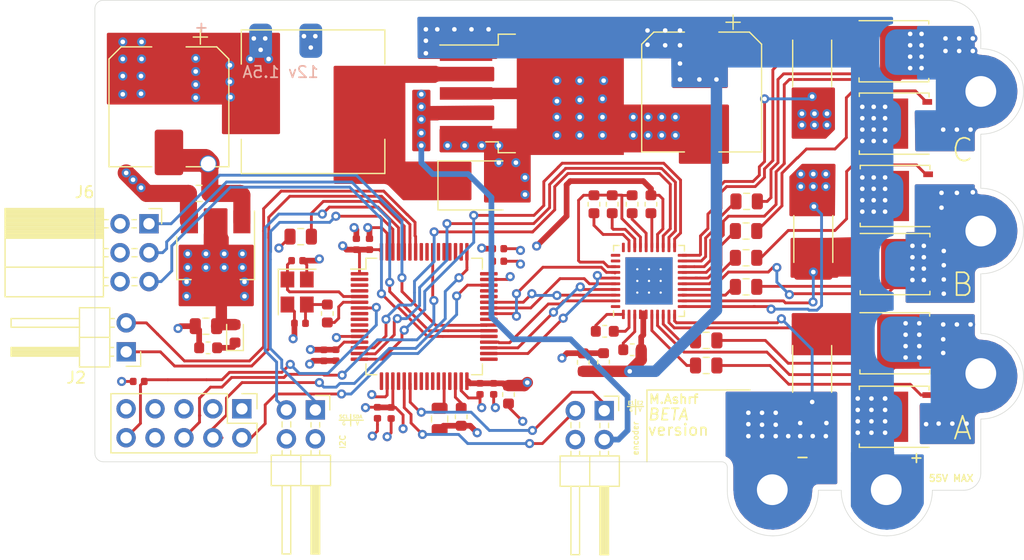
<source format=kicad_pcb>
(kicad_pcb (version 20171130) (host pcbnew "(5.1.6)-1")
  (layers (0 F.Cu signal) (1 GND power) (2 PWR power) (31 B.Cu signal) (34 B.Paste user) (35 F.Paste user) (36 B.SilkS user) (37 F.SilkS user) (38 B.Mask user) (39 F.Mask user) (44 Edge.Cuts user))
  (net 0 "")
  (net 1 SHA)
  (net 2 GHA)
  (net 3 SPA)
  (net 4 GLA)
  (net 5 CAL)
  (net 6 "Net-(U3-Pad26)")
  (net 7 GND)
  (net 8 +3V3)
  (net 9 +48V)
  (net 10 CPL)
  (net 11 CPH)
  (net 12 "Net-(U3-Pad40)")
  (net 13 "Net-(U3-Pad33)")
  (net 14 "Net-(U3-Pad27)")
  (net 15 SHB)
  (net 16 SPB)
  (net 17 GHB)
  (net 18 GLB)
  (net 19 SHC)
  (net 20 SPC)
  (net 21 GHC)
  (net 22 GLC)
  (net 23 "Net-(Q1-Pad4)")
  (net 24 "Net-(Q2-Pad4)")
  (net 25 "Net-(Q3-Pad4)")
  (net 26 "Net-(Q4-Pad4)")
  (net 27 "Net-(Q5-Pad4)")
  (net 28 "Net-(Q6-Pad4)")
  (net 29 "Net-(C17-Pad2)")
  (net 30 "Net-(C19-Pad1)")
  (net 31 HSE_IN)
  (net 32 "Net-(C21-Pad1)")
  (net 33 "Net-(D1-Pad1)")
  (net 34 "Net-(D2-Pad1)")
  (net 35 USART1_TX)
  (net 36 USART1_RX)
  (net 37 NRST)
  (net 38 "Net-(J5-Pad8)")
  (net 39 "Net-(J5-Pad7)")
  (net 40 SWO)
  (net 41 SWCLK)
  (net 42 SWDIO)
  (net 43 BOOT0)
  (net 44 BOOT1)
  (net 45 "Net-(R4-Pad2)")
  (net 46 HSE_OUT)
  (net 47 "Net-(U2-Pad40)")
  (net 48 "Net-(U2-Pad32)")
  (net 49 "Net-(U3-Pad57)")
  (net 50 "Net-(U3-Pad56)")
  (net 51 "Net-(U3-Pad54)")
  (net 52 "Net-(U3-Pad53)")
  (net 53 "Net-(U3-Pad52)")
  (net 54 "Net-(U3-Pad51)")
  (net 55 "Net-(U3-Pad50)")
  (net 56 "Net-(U3-Pad45)")
  (net 57 "Net-(U3-Pad44)")
  (net 58 TIM1_CH3)
  (net 59 TIM1_CH2)
  (net 60 TIM1_CH1)
  (net 61 TIM1_CH3N)
  (net 62 TIM1_CH2N)
  (net 63 TIM1_CH1N)
  (net 64 "Net-(U3-Pad25)")
  (net 65 "Net-(U3-Pad24)")
  (net 66 "Net-(U3-Pad23)")
  (net 67 "Net-(U3-Pad20)")
  (net 68 "Net-(U3-Pad17)")
  (net 69 SOC)
  (net 70 SOB)
  (net 71 SOA)
  (net 72 SC)
  (net 73 SPI2_MISO)
  (net 74 SPI2_MOSI)
  (net 75 "Net-(U3-Pad8)")
  (net 76 "Net-(U3-Pad4)")
  (net 77 "Net-(U3-Pad3)")
  (net 78 "Net-(U3-Pad2)")
  (net 79 "Net-(U2-Pad30)")
  (net 80 +12V)
  (net 81 DVDD)
  (net 82 "Net-(R15-Pad1)")
  (net 83 "Net-(R16-Pad1)")
  (net 84 "Net-(R17-Pad1)")
  (net 85 encoder_1)
  (net 86 encoder_2)
  (net 87 i2c1_SDA)
  (net 88 "Net-(U3-Pad29)")
  (net 89 i2c1_SCL)
  (net 90 H3)
  (net 91 H2)
  (net 92 H1)
  (net 93 "Net-(J6-Pad4)")
  (module Package_QFP:LQFP-64_10x10mm_P0.5mm (layer F.Cu) (at 110.15 70)
    (fp_text reference U3)
    (fp_text value STM32F446RETx)
    (pad 64 smd roundrect (at -3.75 -5.675) (size 0.3 1.55) (layers F.Cu F.Paste F.Mask) (net 8 +3V3))
    (pad 63 smd roundrect (at -3.25 -5.675) (size 0.3 1.55) (layers F.Cu F.Paste F.Mask) (net 7 GND))
    (pad 62 smd roundrect (at -2.75 -5.675) (size 0.3 1.55) (layers F.Cu F.Paste F.Mask) (net 87 i2c1_SDA))
    (pad 61 smd roundrect (at -2.25 -5.675) (size 0.3 1.55) (layers F.Cu F.Paste F.Mask) (net 89 i2c1_SCL))
    (pad 60 smd roundrect (at -1.75 -5.675) (size 0.3 1.55) (layers F.Cu F.Paste F.Mask) (net 43 BOOT0))
    (pad 59 smd roundrect (at -1.25 -5.675) (size 0.3 1.55) (layers F.Cu F.Paste F.Mask) (net 36 USART1_RX))
    (pad 58 smd roundrect (at -0.75 -5.675) (size 0.3 1.55) (layers F.Cu F.Paste F.Mask) (net 35 USART1_TX))
    (pad 57 smd roundrect (at -0.25 -5.675) (size 0.3 1.55) (layers F.Cu F.Paste F.Mask) (net 49 "Net-(U3-Pad57)"))
    (pad 56 smd roundrect (at 0.25 -5.675) (size 0.3 1.55) (layers F.Cu F.Paste F.Mask) (net 50 "Net-(U3-Pad56)"))
    (pad 55 smd roundrect (at 0.75 -5.675) (size 0.3 1.55) (layers F.Cu F.Paste F.Mask) (net 40 SWO))
    (pad 54 smd roundrect (at 1.25 -5.675) (size 0.3 1.55) (layers F.Cu F.Paste F.Mask) (net 51 "Net-(U3-Pad54)"))
    (pad 53 smd roundrect (at 1.75 -5.675) (size 0.3 1.55) (layers F.Cu F.Paste F.Mask) (net 52 "Net-(U3-Pad53)"))
    (pad 52 smd roundrect (at 2.25 -5.675) (size 0.3 1.55) (layers F.Cu F.Paste F.Mask) (net 53 "Net-(U3-Pad52)"))
    (pad 51 smd roundrect (at 2.75 -5.675) (size 0.3 1.55) (layers F.Cu F.Paste F.Mask) (net 54 "Net-(U3-Pad51)"))
    (pad 50 smd roundrect (at 3.25 -5.675) (size 0.3 1.55) (layers F.Cu F.Paste F.Mask) (net 55 "Net-(U3-Pad50)"))
    (pad 49 smd roundrect (at 3.75 -5.675) (size 0.3 1.55) (layers F.Cu F.Paste F.Mask) (net 41 SWCLK))
    (pad 48 smd roundrect (at 5.675 -3.75) (size 1.55 0.3) (layers F.Cu F.Paste F.Mask) (net 8 +3V3))
    (pad 47 smd roundrect (at 5.675 -3.25) (size 1.55 0.3) (layers F.Cu F.Paste F.Mask) (net 7 GND))
    (pad 46 smd roundrect (at 5.675 -2.75) (size 1.55 0.3) (layers F.Cu F.Paste F.Mask) (net 42 SWDIO))
    (pad 45 smd roundrect (at 5.675 -2.25) (size 1.55 0.3) (layers F.Cu F.Paste F.Mask) (net 56 "Net-(U3-Pad45)"))
    (pad 44 smd roundrect (at 5.675 -1.75) (size 1.55 0.3) (layers F.Cu F.Paste F.Mask) (net 57 "Net-(U3-Pad44)"))
    (pad 43 smd roundrect (at 5.675 -1.25) (size 1.55 0.3) (layers F.Cu F.Paste F.Mask) (net 58 TIM1_CH3))
    (pad 42 smd roundrect (at 5.675 -0.75) (size 1.55 0.3) (layers F.Cu F.Paste F.Mask) (net 59 TIM1_CH2))
    (pad 41 smd roundrect (at 5.675 -0.25) (size 1.55 0.3) (layers F.Cu F.Paste F.Mask) (net 60 TIM1_CH1))
    (pad 40 smd roundrect (at 5.675 0.25) (size 1.55 0.3) (layers F.Cu F.Paste F.Mask) (net 12 "Net-(U3-Pad40)"))
    (pad 39 smd roundrect (at 5.675 0.75) (size 1.55 0.3) (layers F.Cu F.Paste F.Mask) (net 90 H3))
    (pad 38 smd roundrect (at 5.675 1.25) (size 1.55 0.3) (layers F.Cu F.Paste F.Mask) (net 91 H2))
    (pad 37 smd roundrect (at 5.675 1.75) (size 1.55 0.3) (layers F.Cu F.Paste F.Mask) (net 92 H1))
    (pad 36 smd roundrect (at 5.675 2.25) (size 1.55 0.3) (layers F.Cu F.Paste F.Mask) (net 61 TIM1_CH3N))
    (pad 35 smd roundrect (at 5.675 2.75) (size 1.55 0.3) (layers F.Cu F.Paste F.Mask) (net 62 TIM1_CH2N))
    (pad 34 smd roundrect (at 5.675 3.25) (size 1.55 0.3) (layers F.Cu F.Paste F.Mask) (net 63 TIM1_CH1N))
    (pad 33 smd roundrect (at 5.675 3.75) (size 1.55 0.3) (layers F.Cu F.Paste F.Mask) (net 13 "Net-(U3-Pad33)"))
    (pad 32 smd roundrect (at 3.75 5.675) (size 0.3 1.55) (layers F.Cu F.Paste F.Mask) (net 8 +3V3))
    (pad 31 smd roundrect (at 3.25 5.675) (size 0.3 1.55) (layers F.Cu F.Paste F.Mask) (net 7 GND))
    (pad 30 smd roundrect (at 2.75 5.675) (size 0.3 1.55) (layers F.Cu F.Paste F.Mask) (net 30 "Net-(C19-Pad1)"))
    (pad 29 smd roundrect (at 2.25 5.675) (size 0.3 1.55) (layers F.Cu F.Paste F.Mask) (net 88 "Net-(U3-Pad29)"))
    (pad 28 smd roundrect (at 1.75 5.675) (size 0.3 1.55) (layers F.Cu F.Paste F.Mask) (net 44 BOOT1))
    (pad 27 smd roundrect (at 1.25 5.675) (size 0.3 1.55) (layers F.Cu F.Paste F.Mask) (net 14 "Net-(U3-Pad27)"))
    (pad 26 smd roundrect (at 0.75 5.675) (size 0.3 1.55) (layers F.Cu F.Paste F.Mask) (net 6 "Net-(U3-Pad26)"))
    (pad 25 smd roundrect (at 0.25 5.675) (size 0.3 1.55) (layers F.Cu F.Paste F.Mask) (net 64 "Net-(U3-Pad25)"))
    (pad 24 smd roundrect (at -0.25 5.675) (size 0.3 1.55) (layers F.Cu F.Paste F.Mask) (net 65 "Net-(U3-Pad24)"))
    (pad 23 smd roundrect (at -0.75 5.675) (size 0.3 1.55) (layers F.Cu F.Paste F.Mask) (net 66 "Net-(U3-Pad23)"))
    (pad 22 smd roundrect (at -1.25 5.675) (size 0.3 1.55) (layers F.Cu F.Paste F.Mask) (net 86 encoder_2))
    (pad 21 smd roundrect (at -1.75 5.675) (size 0.3 1.55) (layers F.Cu F.Paste F.Mask) (net 85 encoder_1))
    (pad 20 smd roundrect (at -2.25 5.675) (size 0.3 1.55) (layers F.Cu F.Paste F.Mask) (net 67 "Net-(U3-Pad20)"))
    (pad 19 smd roundrect (at -2.75 5.675) (size 0.3 1.55) (layers F.Cu F.Paste F.Mask) (net 8 +3V3))
    (pad 18 smd roundrect (at -3.25 5.675) (size 0.3 1.55) (layers F.Cu F.Paste F.Mask) (net 7 GND))
    (pad 17 smd roundrect (at -3.75 5.675) (size 0.3 1.55) (layers F.Cu F.Paste F.Mask) (net 68 "Net-(U3-Pad17)"))
    (pad 16 smd roundrect (at -5.675 3.75) (size 1.55 0.3) (layers F.Cu F.Paste F.Mask) (net 69 SOC))
    (pad 15 smd roundrect (at -5.675 3.25) (size 1.55 0.3) (layers F.Cu F.Paste F.Mask) (net 70 SOB))
    (pad 14 smd roundrect (at -5.675 2.75) (size 1.55 0.3) (layers F.Cu F.Paste F.Mask) (net 71 SOA))
    (pad 13 smd roundrect (at -5.675 2.25) (size 1.55 0.3) (layers F.Cu F.Paste F.Mask) (net 8 +3V3))
    (pad 12 smd roundrect (at -5.675 1.75) (size 1.55 0.3) (layers F.Cu F.Paste F.Mask) (net 7 GND))
    (pad 11 smd roundrect (at -5.675 1.25) (size 1.55 0.3) (layers F.Cu F.Paste F.Mask) (net 72 SC))
    (pad 10 smd roundrect (at -5.675 0.75) (size 1.55 0.3) (layers F.Cu F.Paste F.Mask) (net 73 SPI2_MISO))
    (pad 9 smd roundrect (at -5.675 0.25) (size 1.55 0.3) (layers F.Cu F.Paste F.Mask) (net 74 SPI2_MOSI))
    (pad 8 smd roundrect (at -5.675 -0.25) (size 1.55 0.3) (layers F.Cu F.Paste F.Mask) (net 75 "Net-(U3-Pad8)"))
    (pad 7 smd roundrect (at -5.675 -0.75) (size 1.55 0.3) (layers F.Cu F.Paste F.Mask) (net 37 NRST))
    (pad 6 smd roundrect (at -5.675 -1.25) (size 1.55 0.3) (layers F.Cu F.Paste F.Mask) (net 46 HSE_OUT))
    (pad 5 smd roundrect (at -5.675 -1.75) (size 1.55 0.3) (layers F.Cu F.Paste F.Mask) (net 31 HSE_IN))
    (pad 4 smd roundrect (at -5.675 -2.25) (size 1.55 0.3) (layers F.Cu F.Paste F.Mask) (net 76 "Net-(U3-Pad4)"))
    (pad 3 smd roundrect (at -5.675 -2.75) (size 1.55 0.3) (layers F.Cu F.Paste F.Mask) (net 77 "Net-(U3-Pad3)"))
    (pad 2 smd roundrect (at -5.675 -3.25) (size 1.55 0.3) (layers F.Cu F.Paste F.Mask) (net 78 "Net-(U3-Pad2)"))
    (pad 1 smd roundrect (at -5.675 -3.75) (size 1.55 0.3) (layers F.Cu F.Paste F.Mask) (net 8 +3V3))
  )
  (module Connector_PinSocket_2.54mm:PinSocket_2x03_P2.54mm_Horizontal (layer F.Cu) (at 86 61.86)
    (fp_text reference J6 (at -5.65 -2.77) (layer F.SilkS))
    (fp_text value Hall_EFF)
    (pad 6 thru_hole oval (at -2.54 5.08) (size 1.7 1.7) (drill 1) (layers *.Cu *.Mask) (net 7 GND))
    (pad 5 thru_hole oval (at 0 5.08) (size 1.7 1.7) (drill 1) (layers *.Cu *.Mask) (net 92 H1))
    (pad 4 thru_hole oval (at -2.54 2.54) (size 1.7 1.7) (drill 1) (layers *.Cu *.Mask) (net 93 "Net-(J6-Pad4)"))
    (pad 3 thru_hole oval (at 0 2.54) (size 1.7 1.7) (drill 1) (layers *.Cu *.Mask) (net 91 H2))
    (pad 2 thru_hole oval (at -2.54 0) (size 1.7 1.7) (drill 1) (layers *.Cu *.Mask) (net 8 +3V3))
    (pad 1 thru_hole rect (at 0 0) (size 1.7 1.7) (drill 1) (layers *.Cu *.Mask) (net 90 H3))
  )
  (module Connector_Wire:SolderWirePad_1x01_SMD_1x2mm (layer B.Cu) (at 100.2 45.8)
    (fp_text reference J7)
    (fp_text value 12vgnd)
    (pad 1 smd roundrect (at 0 0) (size 2 3) (layers B.Cu B.Paste B.Mask) (net 7 GND))
  )
  (module Connector_Wire:SolderWirePad_1x01_SMD_1x2mm (layer B.Cu) (at 95.8 45.8)
    (fp_text reference J4)
    (fp_text value 12v)
    (pad 1 smd roundrect (at 0 0) (size 2 3) (layers B.Cu B.Paste B.Mask) (net 80 +12V))
  )
  (module Package_TO_SOT_SMD:TDSON-8-1 (layer F.Cu) (at 151.375 46.725)
    (fp_text reference Q6)
    (fp_text value CSD19534Q5A)
    (pad 5 smd rect (at 1.05 0) (size 4.55 4.41) (layers F.Cu) (net 19 SHC))
    (pad 4 smd rect (at -2.9 1.905) (size 0.85 0.5) (layers F.Cu F.Paste F.Mask) (net 28 "Net-(Q6-Pad4)"))
    (pad 3 smd rect (at -2.9 0.635) (size 0.85 0.5) (layers F.Cu F.Paste F.Mask) (net 20 SPC))
    (pad 2 smd rect (at -2.9 -0.635) (size 0.85 0.5) (layers F.Cu F.Paste F.Mask) (net 20 SPC))
    (pad 1 smd rect (at -2.9 -1.905) (size 0.85 0.5) (layers F.Cu F.Paste F.Mask) (net 20 SPC))
  )
  (module Package_TO_SOT_SMD:TDSON-8-1 (layer F.Cu) (at 151.475 65.4)
    (fp_text reference Q5)
    (fp_text value CSD19534Q5A)
    (pad 5 smd rect (at 1.05 0) (size 4.55 4.41) (layers F.Cu) (net 15 SHB))
    (pad 4 smd rect (at -2.9 1.905) (size 0.85 0.5) (layers F.Cu F.Paste F.Mask) (net 27 "Net-(Q5-Pad4)"))
    (pad 3 smd rect (at -2.9 0.635) (size 0.85 0.5) (layers F.Cu F.Paste F.Mask) (net 16 SPB))
    (pad 2 smd rect (at -2.9 -0.635) (size 0.85 0.5) (layers F.Cu F.Paste F.Mask) (net 16 SPB))
    (pad 1 smd rect (at -2.9 -1.905) (size 0.85 0.5) (layers F.Cu F.Paste F.Mask) (net 16 SPB))
  )
  (module Package_TO_SOT_SMD:TDSON-8-1 (layer F.Cu) (at 151.45 72.35)
    (fp_text reference Q4)
    (fp_text value CSD19534Q5A)
    (pad 5 smd rect (at 1.05 0) (size 4.55 4.41) (layers F.Cu) (net 1 SHA))
    (pad 4 smd rect (at -2.9 1.905) (size 0.85 0.5) (layers F.Cu F.Paste F.Mask) (net 26 "Net-(Q4-Pad4)"))
    (pad 3 smd rect (at -2.9 0.635) (size 0.85 0.5) (layers F.Cu F.Paste F.Mask) (net 3 SPA))
    (pad 2 smd rect (at -2.9 -0.635) (size 0.85 0.5) (layers F.Cu F.Paste F.Mask) (net 3 SPA))
    (pad 1 smd rect (at -2.9 -1.905) (size 0.85 0.5) (layers F.Cu F.Paste F.Mask) (net 3 SPA))
  )
  (module Package_TO_SOT_SMD:TDSON-8-1 (layer F.Cu) (at 151.4 53.075 180)
    (fp_text reference Q3)
    (fp_text value CSD19534Q5A)
    (pad 5 smd rect (at 1.05 0 180) (size 4.55 4.41) (layers F.Cu) (net 9 +48V))
    (pad 4 smd rect (at -2.9 1.905 180) (size 0.85 0.5) (layers F.Cu F.Paste F.Mask) (net 25 "Net-(Q3-Pad4)"))
    (pad 3 smd rect (at -2.9 0.635 180) (size 0.85 0.5) (layers F.Cu F.Paste F.Mask) (net 19 SHC))
    (pad 2 smd rect (at -2.9 -0.635 180) (size 0.85 0.5) (layers F.Cu F.Paste F.Mask) (net 19 SHC))
    (pad 1 smd rect (at -2.9 -1.905 180) (size 0.85 0.5) (layers F.Cu F.Paste F.Mask) (net 19 SHC))
  )
  (module Package_TO_SOT_SMD:TDSON-8-1 (layer F.Cu) (at 151.475 59.425 180)
    (fp_text reference Q2)
    (fp_text value CSD19534Q5A)
    (pad 5 smd rect (at 1.05 0 180) (size 4.55 4.41) (layers F.Cu) (net 9 +48V))
    (pad 4 smd rect (at -2.9 1.905 180) (size 0.85 0.5) (layers F.Cu F.Paste F.Mask) (net 24 "Net-(Q2-Pad4)"))
    (pad 3 smd rect (at -2.9 0.635 180) (size 0.85 0.5) (layers F.Cu F.Paste F.Mask) (net 15 SHB))
    (pad 2 smd rect (at -2.9 -0.635 180) (size 0.85 0.5) (layers F.Cu F.Paste F.Mask) (net 15 SHB))
    (pad 1 smd rect (at -2.9 -1.905 180) (size 0.85 0.5) (layers F.Cu F.Paste F.Mask) (net 15 SHB))
  )
  (module Package_TO_SOT_SMD:TDSON-8-1 (layer F.Cu) (at 151.4 78.8 180)
    (fp_text reference Q1)
    (fp_text value CSD19534Q5A)
    (pad 5 smd rect (at 1.05 0 180) (size 4.55 4.41) (layers F.Cu) (net 9 +48V))
    (pad 4 smd rect (at -2.9 1.905 180) (size 0.85 0.5) (layers F.Cu F.Paste F.Mask) (net 23 "Net-(Q1-Pad4)"))
    (pad 3 smd rect (at -2.9 0.635 180) (size 0.85 0.5) (layers F.Cu F.Paste F.Mask) (net 1 SHA))
    (pad 2 smd rect (at -2.9 -0.635 180) (size 0.85 0.5) (layers F.Cu F.Paste F.Mask) (net 1 SHA))
    (pad 1 smd rect (at -2.9 -1.905 180) (size 0.85 0.5) (layers F.Cu F.Paste F.Mask) (net 1 SHA))
  )
  (module Connector_PinHeader_2.54mm:PinHeader_1x02_P2.54mm_Horizontal (layer F.Cu) (at 84 73.1 180)
    (fp_text reference J2 (at 4.385 -2.27) (layer F.SilkS))
    (fp_text value USART)
    (pad 2 thru_hole oval (at 0 2.54 180) (size 1.7 1.7) (drill 1) (layers *.Cu *.Mask) (net 35 USART1_TX))
    (pad 1 thru_hole rect (at 0 0 180) (size 1.7 1.7) (drill 1) (layers *.Cu *.Mask) (net 36 USART1_RX))
  )
  (module Connector_PinHeader_2.54mm:PinHeader_2x05_P2.54mm_Vertical (layer F.Cu) (at 94.15 78.1 270)
    (fp_text reference J5)
    (fp_text value Conn_02x05_Odd_Even hide)
    (pad 10 thru_hole oval (at 2.54 10.16 270) (size 1.7 1.7) (drill 1) (layers *.Cu *.Mask) (net 37 NRST))
    (pad 9 thru_hole oval (at 0 10.16 270) (size 1.7 1.7) (drill 1) (layers *.Cu *.Mask) (net 7 GND))
    (pad 8 thru_hole oval (at 2.54 7.62 270) (size 1.7 1.7) (drill 1) (layers *.Cu *.Mask) (net 38 "Net-(J5-Pad8)"))
    (pad 7 thru_hole oval (at 0 7.62 270) (size 1.7 1.7) (drill 1) (layers *.Cu *.Mask) (net 39 "Net-(J5-Pad7)"))
    (pad 6 thru_hole oval (at 2.54 5.08 270) (size 1.7 1.7) (drill 1) (layers *.Cu *.Mask) (net 40 SWO))
    (pad 5 thru_hole oval (at 0 5.08 270) (size 1.7 1.7) (drill 1) (layers *.Cu *.Mask) (net 7 GND))
    (pad 4 thru_hole oval (at 2.54 2.54 270) (size 1.7 1.7) (drill 1) (layers *.Cu *.Mask) (net 41 SWCLK))
    (pad 3 thru_hole oval (at 0 2.54 270) (size 1.7 1.7) (drill 1) (layers *.Cu *.Mask) (net 7 GND))
    (pad 2 thru_hole oval (at 2.54 0 270) (size 1.7 1.7) (drill 1) (layers *.Cu *.Mask) (net 42 SWDIO))
    (pad 1 thru_hole rect (at 0 0 270) (size 1.7 1.7) (drill 1) (layers *.Cu *.Mask) (net 8 +3V3))
  )
  (module Connector_PinHeader_2.54mm:PinHeader_2x02_P2.54mm_Horizontal (layer F.Cu) (at 100.6 78.2 270)
    (fp_text reference J3)
    (fp_text value I2C)
    (pad 4 thru_hole oval (at 2.54 2.54 270) (size 1.7 1.7) (drill 1) (layers *.Cu *.Mask) (net 7 GND))
    (pad 3 thru_hole oval (at 0 2.54 270) (size 1.7 1.7) (drill 1) (layers *.Cu *.Mask) (net 89 i2c1_SCL))
    (pad 2 thru_hole oval (at 2.54 0 270) (size 1.7 1.7) (drill 1) (layers *.Cu *.Mask) (net 8 +3V3))
    (pad 1 thru_hole rect (at 0 0 270) (size 1.7 1.7) (drill 1) (layers *.Cu *.Mask) (net 87 i2c1_SDA))
  )
  (module Connector_PinHeader_2.54mm:PinHeader_2x02_P2.54mm_Horizontal (layer F.Cu) (at 125.95 78.26 270)
    (fp_text reference J1)
    (fp_text value encoder)
    (pad 4 thru_hole oval (at 2.54 2.54 270) (size 1.7 1.7) (drill 1) (layers *.Cu *.Mask) (net 7 GND))
    (pad 3 thru_hole oval (at 0 2.54 270) (size 1.7 1.7) (drill 1) (layers *.Cu *.Mask) (net 85 encoder_1))
    (pad 2 thru_hole oval (at 2.54 0 270) (size 1.7 1.7) (drill 1) (layers *.Cu *.Mask) (net 80 +12V))
    (pad 1 thru_hole rect (at 0 0 270) (size 1.7 1.7) (drill 1) (layers *.Cu *.Mask) (net 86 encoder_2))
  )
  (module MountingHole:MountingHole_2.7mm_Pad (layer F.Cu) (at 159 50.25)
    (fp_text reference H5)
    (fp_text value C)
    (pad 1 thru_hole circle (at 0 0) (size 5.4 5.4) (drill 2.7) (layers *.Cu *.Mask) (net 19 SHC))
  )
  (module MountingHole:MountingHole_2.7mm_Pad (layer F.Cu) (at 159 62.5)
    (fp_text reference H4)
    (fp_text value B)
    (pad 1 thru_hole circle (at 0 0) (size 5.4 5.4) (drill 2.7) (layers *.Cu *.Mask) (net 15 SHB))
  )
  (module MountingHole:MountingHole_2.7mm_Pad (layer F.Cu) (at 159 75)
    (fp_text reference H3)
    (fp_text value A)
    (pad 1 thru_hole circle (at 0 0) (size 5.4 5.4) (drill 2.7) (layers *.Cu *.Mask) (net 1 SHA))
  )
  (module MountingHole:MountingHole_2.7mm_Pad (layer F.Cu) (at 140.7 85.2)
    (fp_text reference H2)
    (fp_text value 48vgnd)
    (pad 1 thru_hole circle (at 0 0) (size 5.4 5.4) (drill 2.7) (layers *.Cu *.Mask) (net 7 GND))
  )
  (module MountingHole:MountingHole_2.7mm_Pad (layer F.Cu) (at 150.7 85.2)
    (fp_text reference H1)
    (fp_text value 48v)
    (pad 1 thru_hole circle (at 0 0) (size 5.4 5.4) (drill 2.7) (layers *.Cu *.Mask) (net 9 +48V))
  )
  (module Resistor_SMD:R_0805_2012Metric (layer F.Cu) (at 134.9 72.1)
    (fp_text reference R9)
    (fp_text value 5)
    (pad 2 smd roundrect (at 0.9375 0) (size 0.975 1.4) (layers F.Cu F.Paste F.Mask) (net 26 "Net-(Q4-Pad4)"))
    (pad 1 smd roundrect (at -0.9375 0) (size 0.975 1.4) (layers F.Cu F.Paste F.Mask) (net 4 GLA))
  )
  (module Package_DFN_QFN:QFN-40-1EP_6x6mm_P0.5mm_EP4.6x4.6mm_ThermalVias (layer F.Cu) (at 129.88 66.879216 90)
    (fp_text reference U2)
    (fp_text value DRV8323H)
    (pad 41 smd rect (at 0 0 90) (size 4.15 4.15) (layers B.Cu) (net 7 GND))
    (pad 41 thru_hole circle (at 1.025 1.025 90) (size 0.5 0.5) (drill 0.2) (layers *.Cu) (net 7 GND))
    (pad 41 thru_hole circle (at 0 1.025 90) (size 0.5 0.5) (drill 0.2) (layers *.Cu) (net 7 GND))
    (pad 41 thru_hole circle (at -1.025 1.025 90) (size 0.5 0.5) (drill 0.2) (layers *.Cu) (net 7 GND))
    (pad 41 thru_hole circle (at 1.025 0 90) (size 0.5 0.5) (drill 0.2) (layers *.Cu) (net 7 GND))
    (pad 41 thru_hole circle (at 0 0 90) (size 0.5 0.5) (drill 0.2) (layers *.Cu) (net 7 GND))
    (pad 41 thru_hole circle (at -1.025 0 90) (size 0.5 0.5) (drill 0.2) (layers *.Cu) (net 7 GND))
    (pad 41 thru_hole circle (at 1.025 -1.025 90) (size 0.5 0.5) (drill 0.2) (layers *.Cu) (net 7 GND))
    (pad 41 thru_hole circle (at 0 -1.025 90) (size 0.5 0.5) (drill 0.2) (layers *.Cu) (net 7 GND))
    (pad 41 thru_hole circle (at -1.025 -1.025 90) (size 0.5 0.5) (drill 0.2) (layers *.Cu) (net 7 GND))
    (pad 41 smd rect (at 0 0 90) (size 4.15 4.15) (layers F.Cu F.Mask) (net 7 GND))
    (pad 40 smd roundrect (at -2.25 -2.9375 90) (size 0.25 0.825) (layers F.Cu F.Paste F.Mask) (net 47 "Net-(U2-Pad40)"))
    (pad 39 smd roundrect (at -1.75 -2.9375 90) (size 0.25 0.825) (layers F.Cu F.Paste F.Mask) (net 61 TIM1_CH3N))
    (pad 38 smd roundrect (at -1.25 -2.9375 90) (size 0.25 0.825) (layers F.Cu F.Paste F.Mask) (net 58 TIM1_CH3))
    (pad 37 smd roundrect (at -0.75 -2.9375 90) (size 0.25 0.825) (layers F.Cu F.Paste F.Mask) (net 62 TIM1_CH2N))
    (pad 36 smd roundrect (at -0.25 -2.9375 90) (size 0.25 0.825) (layers F.Cu F.Paste F.Mask) (net 59 TIM1_CH2))
    (pad 35 smd roundrect (at 0.25 -2.9375 90) (size 0.25 0.825) (layers F.Cu F.Paste F.Mask) (net 63 TIM1_CH1N))
    (pad 34 smd roundrect (at 0.75 -2.9375 90) (size 0.25 0.825) (layers F.Cu F.Paste F.Mask) (net 60 TIM1_CH1))
    (pad 33 smd roundrect (at 1.25 -2.9375 90) (size 0.25 0.825) (layers F.Cu F.Paste F.Mask) (net 81 DVDD))
    (pad 32 smd roundrect (at 1.75 -2.9375 90) (size 0.25 0.825) (layers F.Cu F.Paste F.Mask) (net 48 "Net-(U2-Pad32)"))
    (pad 31 smd roundrect (at 2.25 -2.9375 90) (size 0.25 0.825) (layers F.Cu F.Paste F.Mask) (net 5 CAL))
    (pad 30 smd roundrect (at 2.9375 -2.25 90) (size 0.825 0.25) (layers F.Cu F.Paste F.Mask) (net 79 "Net-(U2-Pad30)"))
    (pad 29 smd roundrect (at 2.9375 -1.75 90) (size 0.825 0.25) (layers F.Cu F.Paste F.Mask) (net 84 "Net-(R17-Pad1)"))
    (pad 28 smd roundrect (at 2.9375 -1.25 90) (size 0.825 0.25) (layers F.Cu F.Paste F.Mask) (net 83 "Net-(R16-Pad1)"))
    (pad 27 smd roundrect (at 2.9375 -0.75 90) (size 0.825 0.25) (layers F.Cu F.Paste F.Mask) (net 81 DVDD))
    (pad 26 smd roundrect (at 2.9375 -0.25 90) (size 0.825 0.25) (layers F.Cu F.Paste F.Mask) (net 82 "Net-(R15-Pad1)"))
    (pad 25 smd roundrect (at 2.9375 0.25 90) (size 0.825 0.25) (layers F.Cu F.Paste F.Mask) (net 45 "Net-(R4-Pad2)"))
    (pad 24 smd roundrect (at 2.9375 0.75 90) (size 0.825 0.25) (layers F.Cu F.Paste F.Mask) (net 8 +3V3))
    (pad 23 smd roundrect (at 2.9375 1.25 90) (size 0.825 0.25) (layers F.Cu F.Paste F.Mask) (net 71 SOA))
    (pad 22 smd roundrect (at 2.9375 1.75 90) (size 0.825 0.25) (layers F.Cu F.Paste F.Mask) (net 70 SOB))
    (pad 21 smd roundrect (at 2.9375 2.25 90) (size 0.825 0.25) (layers F.Cu F.Paste F.Mask) (net 69 SOC))
    (pad 20 smd roundrect (at 2.25 2.9375 90) (size 0.25 0.825) (layers F.Cu F.Paste F.Mask) (net 7 GND))
    (pad 19 smd roundrect (at 1.75 2.9375 90) (size 0.25 0.825) (layers F.Cu F.Paste F.Mask) (net 20 SPC))
    (pad 18 smd roundrect (at 1.25 2.9375 90) (size 0.25 0.825) (layers F.Cu F.Paste F.Mask) (net 22 GLC))
    (pad 17 smd roundrect (at 0.75 2.9375 90) (size 0.25 0.825) (layers F.Cu F.Paste F.Mask) (net 19 SHC))
    (pad 16 smd roundrect (at 0.25 2.9375 90) (size 0.25 0.825) (layers F.Cu F.Paste F.Mask) (net 21 GHC))
    (pad 15 smd roundrect (at -0.25 2.9375 90) (size 0.25 0.825) (layers F.Cu F.Paste F.Mask) (net 17 GHB))
    (pad 14 smd roundrect (at -0.75 2.9375 90) (size 0.25 0.825) (layers F.Cu F.Paste F.Mask) (net 15 SHB))
    (pad 13 smd roundrect (at -1.25 2.9375 90) (size 0.25 0.825) (layers F.Cu F.Paste F.Mask) (net 18 GLB))
    (pad 12 smd roundrect (at -1.75 2.9375 90) (size 0.25 0.825) (layers F.Cu F.Paste F.Mask) (net 16 SPB))
    (pad 11 smd roundrect (at -2.25 2.9375 90) (size 0.25 0.825) (layers F.Cu F.Paste F.Mask) (net 7 GND))
    (pad 10 smd roundrect (at -2.9375 2.25 90) (size 0.825 0.25) (layers F.Cu F.Paste F.Mask) (net 7 GND))
    (pad 9 smd roundrect (at -2.9375 1.75 90) (size 0.825 0.25) (layers F.Cu F.Paste F.Mask) (net 3 SPA))
    (pad 8 smd roundrect (at -2.9375 1.25 90) (size 0.825 0.25) (layers F.Cu F.Paste F.Mask) (net 4 GLA))
    (pad 7 smd roundrect (at -2.9375 0.75 90) (size 0.825 0.25) (layers F.Cu F.Paste F.Mask) (net 1 SHA))
    (pad 6 smd roundrect (at -2.9375 0.25 90) (size 0.825 0.25) (layers F.Cu F.Paste F.Mask) (net 2 GHA))
    (pad 5 smd roundrect (at -2.9375 -0.25 90) (size 0.825 0.25) (layers F.Cu F.Paste F.Mask) (net 9 +48V))
    (pad 4 smd roundrect (at -2.9375 -0.75 90) (size 0.825 0.25) (layers F.Cu F.Paste F.Mask) (net 9 +48V))
    (pad 3 smd roundrect (at -2.9375 -1.25 90) (size 0.825 0.25) (layers F.Cu F.Paste F.Mask) (net 29 "Net-(C17-Pad2)"))
    (pad 2 smd roundrect (at -2.9375 -1.75 90) (size 0.825 0.25) (layers F.Cu F.Paste F.Mask) (net 11 CPH))
    (pad 1 smd roundrect (at -2.9375 -2.25 90) (size 0.825 0.25) (layers F.Cu F.Paste F.Mask) (net 10 CPL))
  )
  (module Capacitor_SMD:C_0402_1005Metric (layer F.Cu) (at 85.1 75.7 180)
    (fp_text reference C23)
    (fp_text value 100nf)
    (pad 2 smd roundrect (at 0.485 0 180) (size 0.59 0.64) (layers F.Cu F.Paste F.Mask) (net 7 GND))
    (pad 1 smd roundrect (at -0.485 0 180) (size 0.59 0.64) (layers F.Cu F.Paste F.Mask) (net 37 NRST))
  )
  (module Capacitor_SMD:C_0402_1005Metric (layer F.Cu) (at 101.35 73.41 270)
    (fp_text reference C22)
    (fp_text value 100nf)
    (pad 2 smd roundrect (at 0.485 0 270) (size 0.59 0.64) (layers F.Cu F.Paste F.Mask) (net 7 GND))
    (pad 1 smd roundrect (at -0.485 0 270) (size 0.59 0.64) (layers F.Cu F.Paste F.Mask) (net 8 +3V3))
  )
  (module Resistor_SMD:R_0603_1608Metric (layer F.Cu) (at 125.05 60.15 90)
    (fp_text reference R17)
    (fp_text value 1M)
    (pad 2 smd roundrect (at 0.7875 0 90) (size 0.875 0.95) (layers F.Cu F.Paste F.Mask) (net 81 DVDD))
    (pad 1 smd roundrect (at -0.7875 0 90) (size 0.875 0.95) (layers F.Cu F.Paste F.Mask) (net 84 "Net-(R17-Pad1)"))
  )
  (module Resistor_SMD:R_0603_1608Metric (layer F.Cu) (at 126.65 60.15 90)
    (fp_text reference R16)
    (fp_text value 1M)
    (pad 2 smd roundrect (at 0.7875 0 90) (size 0.875 0.95) (layers F.Cu F.Paste F.Mask) (net 81 DVDD))
    (pad 1 smd roundrect (at -0.7875 0 90) (size 0.875 0.95) (layers F.Cu F.Paste F.Mask) (net 83 "Net-(R16-Pad1)"))
  )
  (module Resistor_SMD:R_0603_1608Metric (layer F.Cu) (at 128.4 60.15 90)
    (fp_text reference R15)
    (fp_text value 18k)
    (pad 2 smd roundrect (at 0.7875 0 90) (size 0.875 0.95) (layers F.Cu F.Paste F.Mask) (net 81 DVDD))
    (pad 1 smd roundrect (at -0.7875 0 90) (size 0.875 0.95) (layers F.Cu F.Paste F.Mask) (net 82 "Net-(R15-Pad1)"))
  )
  (module Package_TO_SOT_SMD:TO-263-5_TabPin3 (layer F.Cu) (at 119.6 50.425)
    (fp_text reference U4)
    (fp_text value LM2576HVS-12)
    (pad 3 smd rect (at 3.375 0) (size 9.4 10.8) (layers F.Cu F.Mask) (net 7 GND))
    (pad 5 smd rect (at -5.775 3.4) (size 4.6 1.1) (layers F.Cu F.Paste F.Mask) (net 7 GND))
    (pad 4 smd rect (at -5.775 1.7) (size 4.6 1.1) (layers F.Cu F.Paste F.Mask) (net 80 +12V))
    (pad 3 smd rect (at -5.775 0) (size 4.6 1.1) (layers F.Cu F.Paste F.Mask) (net 7 GND))
    (pad 2 smd rect (at -5.775 -1.7) (size 4.6 1.1) (layers F.Cu F.Paste F.Mask) (net 33 "Net-(D1-Pad1)"))
    (pad 1 smd rect (at -5.775 -3.4) (size 4.6 1.1) (layers F.Cu F.Paste F.Mask) (net 9 +48V))
  )
  (module Package_TO_SOT_SMD:SOT-223-3_TabPin2 (layer F.Cu) (at 91.85 64.85 270)
    (fp_text reference U1)
    (fp_text value AMS1117-3.3)
    (pad 1 smd rect (at -3.15 -2.3 270) (size 2 1.5) (layers F.Cu F.Paste F.Mask) (net 7 GND))
    (pad 3 smd rect (at -3.15 2.3 270) (size 2 1.5) (layers F.Cu F.Paste F.Mask) (net 80 +12V))
    (pad 2 smd rect (at -3.15 0 270) (size 2 1.5) (layers F.Cu F.Paste F.Mask) (net 8 +3V3))
    (pad 2 smd rect (at 3.15 0 270) (size 2 3.8) (layers F.Cu F.Paste F.Mask) (net 8 +3V3))
  )
  (module Capacitor_SMD:C_0603_1608Metric (layer F.Cu) (at 124.114 74.0235 90)
    (fp_text reference C16)
    (fp_text value 100n)
    (pad 2 smd roundrect (at 0.7875 0 90) (size 0.875 0.95) (layers F.Cu F.Paste F.Mask) (net 7 GND))
    (pad 1 smd roundrect (at -0.7875 0 90) (size 0.875 0.95) (layers F.Cu F.Paste F.Mask) (net 9 +48V))
  )
  (module Resistor_SMD:R_0603_1608Metric (layer F.Cu) (at 101.65 69.7375 90)
    (fp_text reference R5)
    (fp_text value 220)
    (pad 2 smd roundrect (at 0.7875 0 90) (size 0.875 0.95) (layers F.Cu F.Paste F.Mask) (net 32 "Net-(C21-Pad1)"))
    (pad 1 smd roundrect (at -0.7875 0 90) (size 0.875 0.95) (layers F.Cu F.Paste F.Mask) (net 46 HSE_OUT))
  )
  (module Inductor_SMD:L_12x12mm_H4.5mm (layer F.Cu) (at 100.4 51.15 180)
    (fp_text reference L1)
    (fp_text value SWRB120)
    (pad 2 smd rect (at 4.95 0 180) (size 2.9 5.4) (layers F.Cu F.Paste F.Mask) (net 80 +12V))
    (pad 1 smd rect (at -4.95 0 180) (size 2.9 5.4) (layers F.Cu F.Paste F.Mask) (net 33 "Net-(D1-Pad1)"))
  )
  (module Diode_SMD:D_SMB (layer F.Cu) (at 114.91 58.5)
    (fp_text reference D1)
    (fp_text value FR2M)
    (pad 2 smd rect (at 2.15 0) (size 2.5 2.3) (layers F.Cu F.Paste F.Mask) (net 7 GND))
    (pad 1 smd rect (at -2.15 0) (size 2.5 2.3) (layers F.Cu F.Paste F.Mask) (net 33 "Net-(D1-Pad1)"))
  )
  (module Capacitor_SMD:CP_Elec_10x10 (layer F.Cu) (at 87.75 51.6 270)
    (fp_text reference C14)
    (fp_text value "1000u 25v")
    (pad 2 smd roundrect (at 4 0 270) (size 4 2.5) (layers F.Cu F.Paste F.Mask) (roundrect_rratio 0.1) (net 7 GND))
    (pad 1 smd roundrect (at -4 0 270) (size 4 2.5) (layers F.Cu F.Paste F.Mask) (roundrect_rratio 0.1) (net 80 +12V))
  )
  (module Capacitor_SMD:CP_Elec_10x10 (layer F.Cu) (at 134.5 50.3 270)
    (fp_text reference C13)
    (fp_text value "100u 100v")
    (pad 2 smd roundrect (at 4 0 270) (size 4 2.5) (layers F.Cu F.Paste F.Mask) (roundrect_rratio 0.1) (net 7 GND))
    (pad 1 smd roundrect (at -4 0 270) (size 4 2.5) (layers F.Cu F.Paste F.Mask) (roundrect_rratio 0.1) (net 9 +48V))
  )
  (module Resistor_SMD:R_0805_2012Metric (layer F.Cu) (at 111.506 78.994 270)
    (fp_text reference R3)
    (fp_text value 10k)
    (pad 2 smd roundrect (at 0.9375 0 270) (size 0.975 1.4) (layers F.Cu F.Paste F.Mask) (net 7 GND))
    (pad 1 smd roundrect (at -0.9375 0 270) (size 0.975 1.4) (layers F.Cu F.Paste F.Mask) (net 44 BOOT1))
  )
  (module Resistor_SMD:R_0805_2012Metric (layer F.Cu) (at 99.314 62.992 180)
    (fp_text reference R2)
    (fp_text value 10k)
    (pad 2 smd roundrect (at 0.9375 0 180) (size 0.975 1.4) (layers F.Cu F.Paste F.Mask) (net 7 GND))
    (pad 1 smd roundrect (at -0.9375 0 180) (size 0.975 1.4) (layers F.Cu F.Paste F.Mask) (net 43 BOOT0))
  )
  (module Resistor_SMD:R_0603_1608Metric (layer F.Cu) (at 91.19 72.75 180)
    (fp_text reference R1)
    (fp_text value 1k)
    (pad 2 smd roundrect (at 0.7875 0 180) (size 0.875 0.95) (layers F.Cu F.Paste F.Mask) (net 7 GND))
    (pad 1 smd roundrect (at -0.7875 0 180) (size 0.875 0.95) (layers F.Cu F.Paste F.Mask) (net 34 "Net-(D2-Pad1)"))
  )
  (module Crystal:Crystal_SMD_3225-4Pin_3.2x2.5mm (layer F.Cu) (at 99 67.85 270)
    (fp_text reference HSE1)
    (fp_text value 16MHz)
    (pad 4 smd rect (at -1.1 -0.85 270) (size 1.4 1.2) (layers F.Cu F.Paste F.Mask) (net 7 GND))
    (pad 3 smd rect (at 1.1 -0.85 270) (size 1.4 1.2) (layers F.Cu F.Paste F.Mask) (net 32 "Net-(C21-Pad1)"))
    (pad 2 smd rect (at 1.1 0.85 270) (size 1.4 1.2) (layers F.Cu F.Paste F.Mask) (net 7 GND))
    (pad 1 smd rect (at -1.1 0.85 270) (size 1.4 1.2) (layers F.Cu F.Paste F.Mask) (net 31 HSE_IN))
  )
  (module LED_SMD:LED_0603_1608Metric (layer F.Cu) (at 93.55 71.5 90)
    (fp_text reference D2)
    (fp_text value Red)
    (pad 2 smd roundrect (at 0.7875 0 90) (size 0.875 0.95) (layers F.Cu F.Paste F.Mask) (net 8 +3V3))
    (pad 1 smd roundrect (at -0.7875 0 90) (size 0.875 0.95) (layers F.Cu F.Paste F.Mask) (net 34 "Net-(D2-Pad1)"))
  )
  (module Capacitor_SMD:C_0402_1005Metric (layer F.Cu) (at 99.25 70.6 180)
    (fp_text reference C21)
    (fp_text value 12p)
    (pad 2 smd roundrect (at 0.485 0 180) (size 0.59 0.64) (layers F.Cu F.Paste F.Mask) (net 7 GND))
    (pad 1 smd roundrect (at -0.485 0 180) (size 0.59 0.64) (layers F.Cu F.Paste F.Mask) (net 32 "Net-(C21-Pad1)"))
  )
  (module Capacitor_SMD:C_0402_1005Metric (layer F.Cu) (at 99 65.1)
    (fp_text reference C20)
    (fp_text value 12p)
    (pad 2 smd roundrect (at 0.485 0) (size 0.59 0.64) (layers F.Cu F.Paste F.Mask) (net 7 GND))
    (pad 1 smd roundrect (at -0.485 0) (size 0.59 0.64) (layers F.Cu F.Paste F.Mask) (net 31 HSE_IN))
  )
  (module Capacitor_SMD:C_0603_1608Metric (layer F.Cu) (at 113.4 78.8 270)
    (fp_text reference C19)
    (fp_text value 2.2u)
    (pad 2 smd roundrect (at 0.7875 0 270) (size 0.875 0.95) (layers F.Cu F.Paste F.Mask) (net 7 GND))
    (pad 1 smd roundrect (at -0.7875 0 270) (size 0.875 0.95) (layers F.Cu F.Paste F.Mask) (net 30 "Net-(C19-Pad1)"))
  )
  (module Capacitor_SMD:C_0402_1005Metric (layer F.Cu) (at 107.25 78.465 270)
    (fp_text reference C12)
    (fp_text value 100nf)
    (pad 2 smd roundrect (at 0.485 0 270) (size 0.59 0.64) (layers F.Cu F.Paste F.Mask) (net 7 GND))
    (pad 1 smd roundrect (at -0.485 0 270) (size 0.59 0.64) (layers F.Cu F.Paste F.Mask) (net 8 +3V3))
  )
  (module Capacitor_SMD:C_0402_1005Metric (layer F.Cu) (at 106.05 78.45 270)
    (fp_text reference C11)
    (fp_text value 100nf)
    (pad 2 smd roundrect (at 0.485 0 270) (size 0.59 0.64) (layers F.Cu F.Paste F.Mask) (net 7 GND))
    (pad 1 smd roundrect (at -0.485 0 270) (size 0.59 0.64) (layers F.Cu F.Paste F.Mask) (net 8 +3V3))
  )
  (module Capacitor_SMD:C_0402_1005Metric (layer F.Cu) (at 115.05 76.35 270)
    (fp_text reference C10)
    (fp_text value 100nf)
    (pad 2 smd roundrect (at 0.485 0 270) (size 0.59 0.64) (layers F.Cu F.Paste F.Mask) (net 7 GND))
    (pad 1 smd roundrect (at -0.485 0 270) (size 0.59 0.64) (layers F.Cu F.Paste F.Mask) (net 8 +3V3))
  )
  (module Capacitor_SMD:C_0402_1005Metric (layer F.Cu) (at 116.25 76.35 270)
    (fp_text reference C9)
    (fp_text value 100nf)
    (pad 2 smd roundrect (at 0.485 0 270) (size 0.59 0.64) (layers F.Cu F.Paste F.Mask) (net 7 GND))
    (pad 1 smd roundrect (at -0.485 0 270) (size 0.59 0.64) (layers F.Cu F.Paste F.Mask) (net 8 +3V3))
  )
  (module Capacitor_SMD:C_0402_1005Metric (layer F.Cu) (at 116.65 65.15)
    (fp_text reference C8)
    (fp_text value 100nf)
    (pad 2 smd roundrect (at 0.485 0) (size 0.59 0.64) (layers F.Cu F.Paste F.Mask) (net 7 GND))
    (pad 1 smd roundrect (at -0.485 0) (size 0.59 0.64) (layers F.Cu F.Paste F.Mask) (net 8 +3V3))
  )
  (module Capacitor_SMD:C_0402_1005Metric (layer F.Cu) (at 116.65 64.05)
    (fp_text reference C7)
    (fp_text value 100nf)
    (pad 2 smd roundrect (at 0.485 0) (size 0.59 0.64) (layers F.Cu F.Paste F.Mask) (net 7 GND))
    (pad 1 smd roundrect (at -0.485 0) (size 0.59 0.64) (layers F.Cu F.Paste F.Mask) (net 8 +3V3))
  )
  (module Capacitor_SMD:C_0402_1005Metric (layer F.Cu) (at 105.35 63.65 90)
    (fp_text reference C6)
    (fp_text value 100nf)
    (pad 2 smd roundrect (at 0.485 0 90) (size 0.59 0.64) (layers F.Cu F.Paste F.Mask) (net 7 GND))
    (pad 1 smd roundrect (at -0.485 0 90) (size 0.59 0.64) (layers F.Cu F.Paste F.Mask) (net 8 +3V3))
  )
  (module Capacitor_SMD:C_0402_1005Metric (layer F.Cu) (at 104.2 63.65 90)
    (fp_text reference C5)
    (fp_text value 100nf)
    (pad 2 smd roundrect (at 0.485 0 90) (size 0.59 0.64) (layers F.Cu F.Paste F.Mask) (net 7 GND))
    (pad 1 smd roundrect (at -0.485 0 90) (size 0.59 0.64) (layers F.Cu F.Paste F.Mask) (net 8 +3V3))
  )
  (module Capacitor_SMD:C_0402_1005Metric (layer F.Cu) (at 102.4 73.4 270)
    (fp_text reference C4)
    (fp_text value 100nf)
    (pad 2 smd roundrect (at 0.485 0 270) (size 0.59 0.64) (layers F.Cu F.Paste F.Mask) (net 7 GND))
    (pad 1 smd roundrect (at -0.485 0 270) (size 0.59 0.64) (layers F.Cu F.Paste F.Mask) (net 8 +3V3))
  )
  (module Capacitor_SMD:C_0603_1608Metric (layer F.Cu) (at 117.55 76.85 270)
    (fp_text reference C3)
    (fp_text value 10u)
    (pad 2 smd roundrect (at 0.7875 0 270) (size 0.875 0.95) (layers F.Cu F.Paste F.Mask) (net 7 GND))
    (pad 1 smd roundrect (at -0.7875 0 270) (size 0.875 0.95) (layers F.Cu F.Paste F.Mask) (net 8 +3V3))
  )
  (module Capacitor_SMD:C_0805_2012Metric (layer F.Cu) (at 91 70.85 180)
    (fp_text reference C2)
    (fp_text value 10u)
    (pad 2 smd roundrect (at 0.9375 0 180) (size 0.975 1.4) (layers F.Cu F.Paste F.Mask) (net 7 GND))
    (pad 1 smd roundrect (at -0.9375 0 180) (size 0.975 1.4) (layers F.Cu F.Paste F.Mask) (net 8 +3V3))
  )
  (module Capacitor_SMD:C_0805_2012Metric (layer F.Cu) (at 90.4 59.2)
    (fp_text reference C1)
    (fp_text value 10u)
    (pad 2 smd roundrect (at 0.9375 0) (size 0.975 1.4) (layers F.Cu F.Paste F.Mask) (net 7 GND))
    (pad 1 smd roundrect (at -0.9375 0) (size 0.975 1.4) (layers F.Cu F.Paste F.Mask) (net 80 +12V))
  )
  (module Connector_Wire:SolderWirePad_1x01_SMD_1x2mm (layer B.Cu) (at 152.6 46.8)
    (fp_text reference J14)
    (fp_text value pd)
    (pad 1 smd roundrect (at 0 0) (size 4 4) (layers B.Cu B.Paste B.Mask) (net 19 SHC))
  )
  (module Connector_Wire:SolderWirePad_1x01_SMD_1x2mm (layer B.Cu) (at 152.6 65.4)
    (fp_text reference J13)
    (fp_text value pd)
    (pad 1 smd roundrect (at 0 0) (size 4 4) (layers B.Cu B.Paste B.Mask) (net 15 SHB))
  )
  (module Connector_Wire:SolderWirePad_1x01_SMD_1x2mm (layer B.Cu) (at 152.2 72)
    (fp_text reference J12)
    (fp_text value pd)
    (pad 1 smd roundrect (at 0 0) (size 4 4) (layers B.Cu B.Paste B.Mask) (net 1 SHA))
  )
  (module Connector_Wire:SolderWirePad_1x01_SMD_1x2mm (layer B.Cu) (at 150 53)
    (fp_text reference J11)
    (fp_text value pd)
    (pad 1 smd roundrect (at 0 0) (size 4 4) (layers B.Cu B.Paste B.Mask) (net 9 +48V))
  )
  (module Connector_Wire:SolderWirePad_1x01_SMD_1x2mm (layer B.Cu) (at 150.1 78.8 90)
    (fp_text reference J10)
    (fp_text value pd)
    (pad 1 smd roundrect (at 0 0 90) (size 4 4) (layers B.Cu B.Paste B.Mask) (net 9 +48V))
  )
  (module Connector_Wire:SolderWirePad_1x01_SMD_1x2mm (layer B.Cu) (at 150.2 59.4)
    (fp_text reference J9)
    (fp_text value pd)
    (pad 1 smd roundrect (at 0 0) (size 4 4) (layers B.Cu B.Paste B.Mask) (net 9 +48V))
  )
  (module Resistor_SMD:R_2512_6332Metric (layer F.Cu) (at 144.2 47.8 270)
    (fp_text reference R14)
    (fp_text value 5m)
    (pad 2 smd roundrect (at 2.9 0 270) (size 1.35 3.35) (layers F.Cu F.Paste F.Mask) (roundrect_rratio 0.185185) (net 7 GND))
    (pad 1 smd roundrect (at -2.9 0 270) (size 1.35 3.35) (layers F.Cu F.Paste F.Mask) (roundrect_rratio 0.185185) (net 20 SPC))
  )
  (module Resistor_SMD:R_2512_6332Metric (layer F.Cu) (at 144.3 63.2 90)
    (fp_text reference R13)
    (fp_text value 5m)
    (pad 2 smd roundrect (at 2.9 0 90) (size 1.35 3.35) (layers F.Cu F.Paste F.Mask) (roundrect_rratio 0.185185) (net 7 GND))
    (pad 1 smd roundrect (at -2.9 0 90) (size 1.35 3.35) (layers F.Cu F.Paste F.Mask) (roundrect_rratio 0.185185) (net 16 SPB))
  )
  (module Resistor_SMD:R_0805_2012Metric (layer F.Cu) (at 138.45 59.9)
    (fp_text reference R11)
    (fp_text value 5)
    (pad 2 smd roundrect (at 0.9375 0) (size 0.975 1.4) (layers F.Cu F.Paste F.Mask) (net 28 "Net-(Q6-Pad4)"))
    (pad 1 smd roundrect (at -0.9375 0) (size 0.975 1.4) (layers F.Cu F.Paste F.Mask) (net 22 GLC))
  )
  (module Resistor_SMD:R_0805_2012Metric (layer F.Cu) (at 138.4 67.4)
    (fp_text reference R10)
    (fp_text value 5)
    (pad 2 smd roundrect (at 0.9375 0) (size 0.975 1.4) (layers F.Cu F.Paste F.Mask) (net 27 "Net-(Q5-Pad4)"))
    (pad 1 smd roundrect (at -0.9375 0) (size 0.975 1.4) (layers F.Cu F.Paste F.Mask) (net 18 GLB))
  )
  (module Resistor_SMD:R_0805_2012Metric (layer F.Cu) (at 138.4 62.5)
    (fp_text reference R8)
    (fp_text value 5)
    (pad 2 smd roundrect (at 0.9375 0) (size 0.975 1.4) (layers F.Cu F.Paste F.Mask) (net 25 "Net-(Q3-Pad4)"))
    (pad 1 smd roundrect (at -0.9375 0) (size 0.975 1.4) (layers F.Cu F.Paste F.Mask) (net 21 GHC))
  )
  (module Resistor_SMD:R_0805_2012Metric (layer F.Cu) (at 138.4 64.85)
    (fp_text reference R7)
    (fp_text value 5)
    (pad 2 smd roundrect (at 0.9375 0) (size 0.975 1.4) (layers F.Cu F.Paste F.Mask) (net 24 "Net-(Q2-Pad4)"))
    (pad 1 smd roundrect (at -0.9375 0) (size 0.975 1.4) (layers F.Cu F.Paste F.Mask) (net 17 GHB))
  )
  (module Resistor_SMD:R_0603_1608Metric (layer F.Cu) (at 130.05 60.15 270)
    (fp_text reference R4)
    (fp_text value 10K)
    (pad 2 smd roundrect (at 0.7875 0 270) (size 0.875 0.95) (layers F.Cu F.Paste F.Mask) (net 45 "Net-(R4-Pad2)"))
    (pad 1 smd roundrect (at -0.7875 0 270) (size 0.875 0.95) (layers F.Cu F.Paste F.Mask) (net 8 +3V3))
  )
  (module Resistor_SMD:R_2512_6332Metric (layer F.Cu) (at 144.2 74.6 270)
    (fp_text reference R12)
    (fp_text value 5m)
    (pad 2 smd roundrect (at 2.9 0 270) (size 1.35 3.35) (layers F.Cu F.Paste F.Mask) (roundrect_rratio 0.185185) (net 7 GND))
    (pad 1 smd roundrect (at -2.9 0 270) (size 1.35 3.35) (layers F.Cu F.Paste F.Mask) (roundrect_rratio 0.185185) (net 3 SPA))
  )
  (module Capacitor_SMD:C_0603_1608Metric (layer F.Cu) (at 126 71.3 180)
    (fp_text reference C18)
    (fp_text value 47u)
    (pad 2 smd roundrect (at 0.7875 0 180) (size 0.875 0.95) (layers F.Cu F.Paste F.Mask) (net 10 CPL))
    (pad 1 smd roundrect (at -0.7875 0 180) (size 0.875 0.95) (layers F.Cu F.Paste F.Mask) (net 11 CPH))
  )
  (module Capacitor_SMD:C_0603_1608Metric (layer F.Cu) (at 128.4085 72.918 180)
    (fp_text reference C17)
    (fp_text value 47u)
    (pad 2 smd roundrect (at 0.7875 0 180) (size 0.875 0.95) (layers F.Cu F.Paste F.Mask) (net 29 "Net-(C17-Pad2)"))
    (pad 1 smd roundrect (at -0.7875 0 180) (size 0.875 0.95) (layers F.Cu F.Paste F.Mask) (net 9 +48V))
  )
  (module Resistor_SMD:R_0805_2012Metric (layer F.Cu) (at 134.9 74.3)
    (fp_text reference R6)
    (fp_text value 5)
    (pad 2 smd roundrect (at 0.9375 0) (size 0.975 1.4) (layers F.Cu F.Paste F.Mask) (net 23 "Net-(Q1-Pad4)"))
    (pad 1 smd roundrect (at -0.9375 0) (size 0.975 1.4) (layers F.Cu F.Paste F.Mask) (net 2 GHA))
  )
  (module Capacitor_SMD:C_0603_1608Metric (layer F.Cu) (at 125.892 74.0085 90)
    (fp_text reference C15)
    (fp_text value 47u)
    (pad 2 smd roundrect (at 0.7875 0 90) (size 0.875 0.95) (layers F.Cu F.Paste F.Mask) (net 7 GND))
    (pad 1 smd roundrect (at -0.7875 0 90) (size 0.875 0.95) (layers F.Cu F.Paste F.Mask) (net 9 +48V))
  )
  (gr_text version (at 132.45 79.95) (layer F.SilkS) (effects (font (size 1 1))))
  (gr_arc (start 134.126678 81.797199) (end 134.126607 81.796854) (angle -123.3067295) (layer F.SilkS) (width 0.000008))
  (gr_line (start 134.1455 81.794088) (end 134.137772 81.794967) (layer F.SilkS) (width 0.000008))
  (gr_line (start 134.131488 81.795919) (end 134.126607 81.796854) (layer F.SilkS) (width 0.000008))
  (gr_line (start 134.137772 81.794967) (end 134.131488 81.795919) (layer F.SilkS) (width 0.000008))
  (gr_arc (start 134.127612 81.796266) (end 134.126429 81.797449) (angle -48.21319032) (layer F.SilkS) (width 0.000008))
  (gr_text - (at 143.35 82.3) (layer F.SilkS) (effects (font (size 1 1))))
  (gr_text "+\n" (at 153.35 82.35) (layer F.SilkS) (effects (font (size 1 1))))
  (gr_line (start 129.7 76.45) (end 138.75 76.45) (layer F.SilkS) (width 0.12))
  (gr_line (start 129.7 76.45) (end 129.7 82.75) (layer F.SilkS) (width 0.12))
  (gr_text I2C (at 103 81 90) (layer F.SilkS) (effects (font (size 0.5 0.5) (thickness 0.1))))
  (gr_line (start 103.7 78.6) (end 103.7 79.6) (layer F.SilkS) (width 0.12))
  (gr_line (start 102.7 79.1) (end 104.8 79.1) (layer F.SilkS) (width 0.12))
  (gr_text V (at 104.3 79.4) (layer F.SilkS) (effects (font (size 0.3 0.3) (thickness 0.075))))
  (gr_text SDA (at 104.3 78.8) (layer F.SilkS) (effects (font (size 0.3 0.3) (thickness 0.075))))
  (gr_text SCL (at 103.1 78.8) (layer F.SilkS) (effects (font (size 0.3 0.3) (thickness 0.075))))
  (gr_text G (at 103.1 79.4) (layer F.SilkS) (effects (font (size 0.3 0.3) (thickness 0.0625))))
  (gr_line (start 128 77.9) (end 129.4 77.9) (layer F.SilkS) (width 0.12))
  (gr_line (start 128.7 77.3) (end 128.7 78.6) (layer F.SilkS) (width 0.12))
  (gr_text E2 (at 129.1 77.6) (layer F.SilkS) (effects (font (size 0.3 0.3) (thickness 0.075))))
  (gr_text E1 (at 128.3 77.6) (layer F.SilkS) (effects (font (size 0.3 0.3) (thickness 0.075))))
  (gr_text V (at 129.1 78.2) (layer F.SilkS) (effects (font (size 0.3 0.3) (thickness 0.075))))
  (gr_text G (at 128.3 78.2) (layer F.SilkS) (effects (font (size 0.3 0.3) (thickness 0.0625))))
  (gr_text encoder (at 128.7 80.7 90) (layer F.SilkS) (effects (font (size 0.5 0.5) (thickness 0.1))))
  (gr_text "+\n" (at 90.6 44.6) (layer B.SilkS) (effects (font (size 1 1)) (justify mirror)))
  (gr_text "12v 1.5A" (at 97.55 48.55) (layer B.SilkS) (effects (font (size 1 1)) (justify mirror)))
  (gr_arc (start 136.25 83.25) (end 136.75 83.25) (angle -90) (layer Edge.Cuts) (width 0.05))
  (gr_text "BETA\n" (at 131.55 78.6) (layer F.SilkS) (effects (font (size 1 1) (thickness 0.15) italic)))
  (gr_text M.Ashrf (at 132.05 77.25) (layer F.SilkS) (effects (font (size 0.8 0.8))))
  (gr_text "55V MAX\n" (at 156.4 84.2) (layer F.SilkS) (effects (font (size 0.6 0.6) (thickness 0.125))))
  (gr_text C (at 157.4 55.4) (layer F.SilkS) (effects (font (size 2 2))))
  (gr_text "A\n" (at 157.4 79.8) (layer F.SilkS) (effects (font (size 2 2))))
  (gr_text B (at 157.4 67.2) (layer F.SilkS) (effects (font (size 2 2))))
  (gr_arc (start 82 82) (end 81.25 82) (angle -90) (layer Edge.Cuts) (width 0.05))
  (gr_arc (start 82 43) (end 82 42.25) (angle -90) (layer Edge.Cuts) (width 0.05))
  (gr_arc (start 157.5 83.75) (end 157.5 85.25) (angle -90) (layer Edge.Cuts) (width 0.05))
  (gr_line (start 159 83.75) (end 159 79) (layer Edge.Cuts) (width 0.05))
  (gr_line (start 144.75 85.25) (end 146.75 85.25) (layer Edge.Cuts) (width 0.05))
  (gr_arc (start 140.75 85.25) (end 140.75 89.25) (angle -90) (layer Edge.Cuts) (width 0.05))
  (gr_arc (start 150.75 85.25) (end 146.75 85.25) (angle -90) (layer Edge.Cuts) (width 0.05))
  (gr_arc (start 140.75 85.25) (end 136.75 85.25) (angle -90) (layer Edge.Cuts) (width 0.05))
  (gr_line (start 154.75 85.25) (end 157.5 85.25) (layer Edge.Cuts) (width 0.05))
  (gr_arc (start 150.75 85.25) (end 150.75 89.25) (angle -90) (layer Edge.Cuts) (width 0.05))
  (gr_arc (start 156 45.25) (end 159 45.25) (angle -90) (layer Edge.Cuts) (width 0.05))
  (gr_line (start 159 46.5) (end 159 45.25) (layer Edge.Cuts) (width 0.05))
  (gr_line (start 159 58.75) (end 159 54) (layer Edge.Cuts) (width 0.05))
  (gr_line (start 159 71.5) (end 159 66.25) (layer Edge.Cuts) (width 0.05))
  (gr_arc (start 159 75.25) (end 159 79) (angle -180) (layer Edge.Cuts) (width 0.05))
  (gr_arc (start 159 62.5) (end 159 66.25) (angle -180) (layer Edge.Cuts) (width 0.05))
  (gr_arc (start 159 50.25) (end 159 54) (angle -180) (layer Edge.Cuts) (width 0.05))
  (gr_line (start 136.75 83.25) (end 136.75 85.25) (layer Edge.Cuts) (width 0.05))
  (gr_line (start 82 82.75) (end 136.25 82.75) (layer Edge.Cuts) (width 0.05))
  (gr_line (start 81.25 43) (end 81.25 82) (layer Edge.Cuts) (width 0.05))
  (gr_line (start 156 42.25) (end 82 42.25) (layer Edge.Cuts) (width 0.05))
  (via (at 153.6 72.6) (size 0.8) (drill 0.4) (layers F.Cu B.Cu) (net 1))
  (via (at 153.6 71.6) (size 0.8) (drill 0.4) (layers F.Cu B.Cu) (net 1))
  (via (at 153.6 70.6) (size 0.8) (drill 0.4) (layers F.Cu B.Cu) (net 1))
  (segment (start 130.63 69.816716) (end 130.63 69.93) (width 0.25) (layer F.Cu) (net 1))
  (via (at 153.6 73.6) (size 0.8) (drill 0.4) (layers F.Cu B.Cu) (net 1))
  (via (at 152.4 70.6) (size 0.8) (drill 0.4) (layers F.Cu B.Cu) (net 1))
  (via (at 152.4 71.6) (size 0.8) (drill 0.4) (layers F.Cu B.Cu) (net 1))
  (via (at 152.4 72.6) (size 0.8) (drill 0.4) (layers F.Cu B.Cu) (net 1))
  (via (at 152.4 73.6) (size 0.8) (drill 0.4) (layers F.Cu B.Cu) (net 1))
  (via (at 158.1 70.7) (size 0.8) (drill 0.4) (layers F.Cu B.Cu) (net 1))
  (via (at 156.9 70.7) (size 0.8) (drill 0.4) (layers F.Cu B.Cu) (net 1))
  (via (at 155.7 70.7) (size 0.8) (drill 0.4) (layers F.Cu B.Cu) (net 1))
  (via (at 155.7 72) (size 0.8) (drill 0.4) (layers F.Cu B.Cu) (net 1))
  (via (at 155.7 73.2) (size 0.8) (drill 0.4) (layers F.Cu B.Cu) (net 1))
  (via (at 154.2 79.45) (size 0.8) (drill 0.4) (layers F.Cu B.Cu) (net 1))
  (via (at 157.75 79.4) (size 0.8) (drill 0.4) (layers F.Cu B.Cu) (net 1))
  (via (at 155.3 79.4) (size 0.8) (drill 0.4) (layers F.Cu B.Cu) (net 1))
  (via (at 156.5 79.4) (size 0.8) (drill 0.4) (layers F.Cu B.Cu) (net 1))
  (segment (start 150.8 75.1) (end 151.9 74) (width 0.25) (layer F.Cu) (net 1))
  (segment (start 151.9 74) (end 151.9 72.2) (width 0.25) (layer F.Cu) (net 1))
  (segment (start 130.63 70.80282) (end 132.95219 73.12501) (width 0.25) (layer F.Cu) (net 1))
  (segment (start 140.22501 73.12501) (end 142.2 75.1) (width 0.25) (layer F.Cu) (net 1))
  (segment (start 130.63 69.816716) (end 130.63 70.80282) (width 0.25) (layer F.Cu) (net 1))
  (segment (start 142.2 75.1) (end 150.8 75.1) (width 0.25) (layer F.Cu) (net 1))
  (segment (start 132.95219 73.12501) (end 140.22501 73.12501) (width 0.25) (layer F.Cu) (net 1))
  (segment (start 133.9625 74.3) (end 133.2 74.3) (width 0.25) (layer F.Cu) (net 2))
  (segment (start 130.13 71.23) (end 130.13 69.816716) (width 0.25) (layer F.Cu) (net 2))
  (segment (start 133.2 74.3) (end 130.13 71.23) (width 0.25) (layer F.Cu) (net 2))
  (segment (start 131.63 69.816716) (end 131.63 70.53) (width 0.25) (layer F.Cu) (net 3))
  (segment (start 131.63 70.53) (end 132.1 71) (width 0.25) (layer F.Cu) (net 3))
  (segment (start 143.5 71) (end 144.2 71.7) (width 0.25) (layer F.Cu) (net 3))
  (segment (start 132.1 71) (end 143.5 71) (width 0.25) (layer F.Cu) (net 3))
  (segment (start 131.13 70.66641) (end 131.13 69.816716) (width 0.25) (layer F.Cu) (net 4))
  (segment (start 132.56359 72.1) (end 131.13 70.66641) (width 0.25) (layer F.Cu) (net 4))
  (segment (start 133.9625 72.1) (end 132.56359 72.1) (width 0.25) (layer F.Cu) (net 4))
  (via (at 100.2 46.4) (size 0.8) (drill 0.4) (layers F.Cu B.Cu) (net 7))
  (via (at 99.6 45.4) (size 0.8) (drill 0.4) (layers F.Cu B.Cu) (net 7))
  (via (at 100.6 45.4) (size 0.8) (drill 0.4) (layers F.Cu B.Cu) (net 7))
  (via (at 123.8 51) (size 0.8) (drill 0.4) (layers F.Cu B.Cu) (net 7))
  (via (at 121.8 51.1) (size 0.8) (drill 0.4) (layers F.Cu B.Cu) (net 7))
  (via (at 121.8 52.5) (size 0.8) (drill 0.4) (layers F.Cu B.Cu) (net 7))
  (via (at 121.8 54.1) (size 0.8) (drill 0.4) (layers F.Cu B.Cu) (net 7))
  (via (at 121.8 49.3) (size 0.8) (drill 0.4) (layers F.Cu B.Cu) (net 7))
  (via (at 123.8 49.3) (size 0.8) (drill 0.4) (layers F.Cu B.Cu) (net 7))
  (via (at 123.8 52.5) (size 0.8) (drill 0.4) (layers F.Cu B.Cu) (net 7))
  (via (at 123.8 54.1) (size 0.8) (drill 0.4) (layers F.Cu B.Cu) (net 7))
  (via (at 125.8 54.1) (size 0.8) (drill 0.4) (layers F.Cu B.Cu) (net 7))
  (via (at 125.8 52.5) (size 0.8) (drill 0.4) (layers F.Cu B.Cu) (net 7))
  (via (at 125.8 50.9) (size 0.8) (drill 0.4) (layers F.Cu B.Cu) (net 7))
  (via (at 125.9 49.3) (size 0.8) (drill 0.4) (layers F.Cu B.Cu) (net 7))
  (via (at 144.4 53.2) (size 0.8) (drill 0.4) (layers F.Cu B.Cu) (net 7))
  (segment (start 124.129 73.221) (end 124.114 73.236) (width 0.25) (layer F.Cu) (net 7))
  (via (at 122.244 73.652) (size 0.8) (drill 0.4) (layers F.Cu B.Cu) (net 7))
  (via (at 145.5 52.2) (size 0.8) (drill 0.4) (layers F.Cu B.Cu) (net 7))
  (via (at 144.4 52.2) (size 0.8) (drill 0.4) (layers F.Cu B.Cu) (net 7))
  (via (at 143.3 52.2) (size 0.8) (drill 0.4) (layers F.Cu B.Cu) (net 7))
  (via (at 143.3 53.2) (size 0.8) (drill 0.4) (layers F.Cu B.Cu) (net 7))
  (via (at 145.5 53.2) (size 0.8) (drill 0.4) (layers F.Cu B.Cu) (net 7))
  (via (at 145.4 58.6) (size 0.8) (drill 0.4) (layers F.Cu B.Cu) (net 7))
  (via (at 144.3 58.6) (size 0.8) (drill 0.4) (layers F.Cu B.Cu) (net 7))
  (via (at 143.2 58.6) (size 0.8) (drill 0.4) (layers F.Cu B.Cu) (net 7))
  (via (at 143.2 57.5) (size 0.8) (drill 0.4) (layers F.Cu B.Cu) (net 7))
  (via (at 144.3 57.5) (size 0.8) (drill 0.4) (layers F.Cu B.Cu) (net 7))
  (via (at 145.4 57.5) (size 0.8) (drill 0.4) (layers F.Cu B.Cu) (net 7))
  (via (at 143.15 79.35) (size 0.8) (drill 0.4) (layers F.Cu B.Cu) (net 7))
  (via (at 143.15 80.5) (size 0.8) (drill 0.4) (layers F.Cu B.Cu) (net 7))
  (via (at 142.1 80.5) (size 0.8) (drill 0.4) (layers F.Cu B.Cu) (net 7))
  (via (at 141 78.45) (size 0.8) (drill 0.4) (layers F.Cu B.Cu) (net 7))
  (via (at 139.8 78.45) (size 0.8) (drill 0.4) (layers F.Cu B.Cu) (net 7))
  (via (at 138.6 78.45) (size 0.8) (drill 0.4) (layers F.Cu B.Cu) (net 7))
  (segment (start 122.675 73.221) (end 122.244 73.652) (width 0.5) (layer F.Cu) (net 7))
  (segment (start 99.85 65.465) (end 99.485 65.1) (width 0.25) (layer F.Cu) (net 7))
  (segment (start 99.85 66.75) (end 99.85 65.465) (width 0.25) (layer F.Cu) (net 7))
  (segment (start 98.765 69.565) (end 98.15 68.95) (width 0.25) (layer F.Cu) (net 7))
  (segment (start 98.765 70.6) (end 98.765 69.565) (width 0.25) (layer F.Cu) (net 7))
  (segment (start 132.8175 69.129216) (end 139.075 69.129216) (width 0.25) (layer F.Cu) (net 7))
  (segment (start 139.075 69.129216) (end 139.175 69.129216) (width 0.25) (layer F.Cu) (net 7))
  (segment (start 132.8175 64.629216) (end 134.334374 64.629216) (width 0.25) (layer F.Cu) (net 7))
  (segment (start 134.399961 64.563629) (end 134.399962 62.927218) (width 0.25) (layer F.Cu) (net 7))
  (segment (start 134.334374 64.629216) (end 134.399961 64.563629) (width 0.25) (layer F.Cu) (net 7))
  (segment (start 135.04997 62.27721) (end 135.04997 61.01362) (width 0.25) (layer F.Cu) (net 7))
  (segment (start 134.399962 62.927218) (end 135.04997 62.27721) (width 0.25) (layer F.Cu) (net 7))
  (segment (start 135.04997 61.01362) (end 135.74999 60.3136) (width 0.25) (layer F.Cu) (net 7))
  (segment (start 135.749991 58.913599) (end 136.5136 58.14999) (width 0.25) (layer F.Cu) (net 7))
  (segment (start 135.74999 60.3136) (end 135.749991 58.913599) (width 0.25) (layer F.Cu) (net 7))
  (segment (start 139.56358 57.60001) (end 139.563581 56.863599) (width 0.25) (layer F.Cu) (net 7))
  (segment (start 136.5136 58.14999) (end 139.0136 58.14999) (width 0.25) (layer F.Cu) (net 7))
  (segment (start 139.0136 58.14999) (end 139.56358 57.60001) (width 0.25) (layer F.Cu) (net 7))
  (segment (start 139.563581 56.863599) (end 140.02499 56.40219) (width 0.25) (layer F.Cu) (net 7))
  (via (at 140.02499 50.9) (size 0.8) (drill 0.4) (layers F.Cu B.Cu) (net 7))
  (segment (start 140.02499 56.40219) (end 140.02499 50.9) (width 0.25) (layer F.Cu) (net 7))
  (via (at 144.2 50.7) (size 0.8) (drill 0.4) (layers F.Cu B.Cu) (net 7))
  (segment (start 140.02499 50.9) (end 144 50.9) (width 0.25) (layer B.Cu) (net 7))
  (segment (start 144 50.9) (end 144.2 50.7) (width 0.25) (layer B.Cu) (net 7))
  (via (at 118.8 79.2) (size 0.8) (drill 0.4) (layers F.Cu B.Cu) (net 7))
  (segment (start 117.55 77.6375) (end 117.55 77.95) (width 0.25) (layer F.Cu) (net 7))
  (segment (start 117.55 77.95) (end 118.8 79.2) (width 0.25) (layer F.Cu) (net 7))
  (via (at 116.4 78) (size 0.8) (drill 0.4) (layers F.Cu B.Cu) (net 7))
  (segment (start 116.25 76.835) (end 116.25 77.85) (width 0.25) (layer F.Cu) (net 7))
  (segment (start 116.25 77.85) (end 116.4 78) (width 0.25) (layer F.Cu) (net 7))
  (via (at 115.2 78) (size 0.8) (drill 0.4) (layers F.Cu B.Cu) (net 7))
  (segment (start 115.05 77.85) (end 115.2 78) (width 0.25) (layer F.Cu) (net 7))
  (via (at 118.6 65.4) (size 0.8) (drill 0.4) (layers F.Cu B.Cu) (net 7))
  (segment (start 117.135 65.15) (end 118.35 65.15) (width 0.25) (layer F.Cu) (net 7))
  (segment (start 118.35 65.15) (end 118.6 65.4) (width 0.25) (layer F.Cu) (net 7))
  (via (at 118.6 64.2) (size 0.8) (drill 0.4) (layers F.Cu B.Cu) (net 7))
  (segment (start 117.135 64.05) (end 118.45 64.05) (width 0.25) (layer F.Cu) (net 7))
  (segment (start 118.45 64.05) (end 118.6 64.2) (width 0.25) (layer F.Cu) (net 7))
  (segment (start 122.675 73.221) (end 125.892 73.221) (width 0.5) (layer F.Cu) (net 7))
  (via (at 100.95 64.95) (size 0.8) (drill 0.4) (layers F.Cu B.Cu) (net 7))
  (segment (start 99.485 65.1) (end 100.8 65.1) (width 0.5) (layer F.Cu) (net 7))
  (segment (start 100.8 65.1) (end 100.95 64.95) (width 0.5) (layer F.Cu) (net 7))
  (segment (start 98.765 70.6) (end 98.765 71.835) (width 0.5) (layer F.Cu) (net 7))
  (via (at 98.65 71.95) (size 0.8) (drill 0.4) (layers F.Cu B.Cu) (net 7))
  (segment (start 98.765 71.835) (end 98.65 71.95) (width 0.5) (layer F.Cu) (net 7))
  (via (at 88.55 71.05) (size 0.8) (drill 0.4) (layers F.Cu B.Cu) (net 7))
  (segment (start 90.0625 70.85) (end 88.85 70.85) (width 0.5) (layer F.Cu) (net 7))
  (segment (start 88.75 70.85) (end 88.55 71.05) (width 0.5) (layer F.Cu) (net 7))
  (via (at 91.2 56.6) (size 1.5) (drill 1.3) (layers F.Cu B.Cu) (net 7))
  (segment (start 87.75 56.3) (end 90.9 56.3) (width 2) (layer F.Cu) (net 7))
  (segment (start 90.9 56.3) (end 91.2 56.6) (width 2) (layer F.Cu) (net 7))
  (segment (start 113.825 53.825) (end 114.225 53.825) (width 1) (layer F.Cu) (net 7))
  (segment (start 119.575 53.825) (end 122.975 50.425) (width 1) (layer F.Cu) (net 7))
  (segment (start 123.225 50.425) (end 123.8 51) (width 1) (layer F.Cu) (net 7))
  (segment (start 113.825 50.425) (end 123.225 50.425) (width 1) (layer F.Cu) (net 7))
  (via (at 117.7 66.5) (size 0.8) (drill 0.4) (layers F.Cu B.Cu) (net 7))
  (segment (start 115.825 66.75) (end 117.45 66.75) (width 0.25) (layer F.Cu) (net 7))
  (segment (start 117.45 66.75) (end 117.7 66.5) (width 0.25) (layer F.Cu) (net 7))
  (via (at 102.45 71.85) (size 0.8) (drill 0.4) (layers F.Cu B.Cu) (net 7))
  (segment (start 104.475 71.75) (end 102.55 71.75) (width 0.25) (layer F.Cu) (net 7))
  (segment (start 102.55 71.75) (end 102.45 71.85) (width 0.25) (layer F.Cu) (net 7))
  (via (at 105.55 76.85) (size 0.8) (drill 0.4) (layers F.Cu B.Cu) (net 7))
  (segment (start 106.05 78.935) (end 106.05 79.5) (width 0.25) (layer F.Cu) (net 7))
  (segment (start 106.9 75.675) (end 106.9 76.9) (width 0.25) (layer F.Cu) (net 7))
  (segment (start 106.9 76.9) (end 106.75 77.05) (width 0.25) (layer F.Cu) (net 7))
  (segment (start 105.75 77.05) (end 105.55 76.85) (width 0.25) (layer F.Cu) (net 7))
  (segment (start 106.75 77.05) (end 105.75 77.05) (width 0.25) (layer F.Cu) (net 7))
  (segment (start 102.4 73.885) (end 100.395 73.885) (width 0.5) (layer F.Cu) (net 7))
  (via (at 100.1 74.18) (size 0.8) (drill 0.4) (layers F.Cu B.Cu) (net 7))
  (segment (start 100.395 73.885) (end 100.1 74.18) (width 0.5) (layer F.Cu) (net 7))
  (segment (start 90.4025 71.19) (end 90.0625 70.85) (width 0.5) (layer F.Cu) (net 7))
  (segment (start 90.4025 72.75) (end 90.4025 71.19) (width 0.5) (layer F.Cu) (net 7))
  (segment (start 111.506 79.9315) (end 111.6815 79.9315) (width 0.25) (layer F.Cu) (net 7))
  (via (at 112.2 55) (size 0.8) (drill 0.4) (layers F.Cu B.Cu) (net 7))
  (via (at 113.7 55) (size 0.8) (drill 0.4) (layers F.Cu B.Cu) (net 7))
  (via (at 115.2 55) (size 0.8) (drill 0.4) (layers F.Cu B.Cu) (net 7))
  (via (at 116.7 55) (size 0.8) (drill 0.4) (layers F.Cu B.Cu) (net 7))
  (via (at 116.7 56.5) (size 0.8) (drill 0.4) (layers F.Cu B.Cu) (net 7))
  (via (at 118.2 56.5) (size 0.8) (drill 0.4) (layers F.Cu B.Cu) (net 7))
  (via (at 119 59.3) (size 0.8) (drill 0.4) (layers F.Cu B.Cu) (net 7))
  (via (at 119 57.8) (size 0.8) (drill 0.4) (layers F.Cu B.Cu) (net 7))
  (via (at 132.2 52.5) (size 0.8) (drill 0.4) (layers F.Cu B.Cu) (net 7))
  (via (at 132.2 54.1) (size 0.8) (drill 0.4) (layers F.Cu B.Cu) (net 7))
  (via (at 131 54.1) (size 0.8) (drill 0.4) (layers F.Cu B.Cu) (net 7))
  (via (at 131 52.5) (size 0.8) (drill 0.4) (layers F.Cu B.Cu) (net 7))
  (via (at 129.8 52.5) (size 0.8) (drill 0.4) (layers F.Cu B.Cu) (net 7))
  (via (at 129.8 54.1) (size 0.8) (drill 0.4) (layers F.Cu B.Cu) (net 7))
  (via (at 128.5 54.1) (size 0.8) (drill 0.4) (layers F.Cu B.Cu) (net 7))
  (via (at 128.5 52.5) (size 0.8) (drill 0.4) (layers F.Cu B.Cu) (net 7))
  (via (at 83.6 75.7) (size 0.8) (drill 0.4) (layers F.Cu B.Cu) (net 7))
  (segment (start 84.615 75.7) (end 83.6 75.7) (width 0.25) (layer F.Cu) (net 7))
  (segment (start 132.13 69.816716) (end 132.13 70.39359) (width 0.25) (layer F.Cu) (net 7))
  (segment (start 132.13 70.39359) (end 132.2864 70.54999) (width 0.25) (layer F.Cu) (net 7))
  (via (at 141.5 70.2) (size 0.8) (drill 0.4) (layers F.Cu B.Cu) (net 7))
  (segment (start 132.2864 70.54999) (end 141.15001 70.54999) (width 0.25) (layer F.Cu) (net 7))
  (segment (start 141.15001 70.54999) (end 141.5 70.2) (width 0.25) (layer F.Cu) (net 7))
  (via (at 144.2 77.5) (size 0.8) (drill 0.4) (layers F.Cu B.Cu) (net 7))
  (segment (start 141.5 70.2) (end 144.2 72.9) (width 0.25) (layer B.Cu) (net 7))
  (segment (start 144.2 72.9) (end 144.2 77.5) (width 0.25) (layer B.Cu) (net 7))
  (via (at 144.25 80.5) (size 0.8) (drill 0.4) (layers F.Cu B.Cu) (net 7))
  (via (at 145.45 79.35) (size 0.8) (drill 0.4) (layers F.Cu B.Cu) (net 7))
  (via (at 145.4 80.5) (size 0.8) (drill 0.4) (layers F.Cu B.Cu) (net 7))
  (via (at 105.6 80.5) (size 0.8) (drill 0.4) (layers F.Cu B.Cu) (net 7))
  (segment (start 106.05 79.5) (end 106.05 80.05) (width 0.25) (layer F.Cu) (net 7))
  (segment (start 106.05 80.05) (end 105.6 80.5) (width 0.25) (layer F.Cu) (net 7))
  (via (at 106.9 80.55) (size 0.8) (drill 0.4) (layers F.Cu B.Cu) (net 7))
  (segment (start 107.25 78.95) (end 107.25 80.2) (width 0.25) (layer F.Cu) (net 7))
  (segment (start 107.25 80.2) (end 106.9 80.55) (width 0.25) (layer F.Cu) (net 7))
  (via (at 97.4 64) (size 0.8) (drill 0.4) (layers F.Cu B.Cu) (net 7))
  (segment (start 98.3765 63.0235) (end 97.4 64) (width 0.25) (layer F.Cu) (net 7))
  (via (at 144.35 60.35) (size 0.8) (drill 0.4) (layers F.Cu B.Cu) (net 7))
  (segment (start 144.3 60.3) (end 144.35 60.35) (width 0.25) (layer F.Cu) (net 7))
  (via (at 140.6 69.354216) (size 0.8) (drill 0.4) (layers F.Cu B.Cu) (net 7))
  (segment (start 140.375 69.129216) (end 140.6 69.354216) (width 0.25) (layer F.Cu) (net 7))
  (segment (start 139.075 69.129216) (end 140.375 69.129216) (width 0.25) (layer F.Cu) (net 7))
  (segment (start 143.831214 69.354216) (end 140.6 69.354216) (width 0.25) (layer B.Cu) (net 7))
  (segment (start 145.025001 61.025001) (end 145.025001 69.048001) (width 0.25) (layer B.Cu) (net 7))
  (segment (start 144.623001 69.450001) (end 143.926999 69.450001) (width 0.25) (layer B.Cu) (net 7))
  (segment (start 144.35 60.35) (end 145.025001 61.025001) (width 0.25) (layer B.Cu) (net 7))
  (segment (start 145.025001 69.048001) (end 144.623001 69.450001) (width 0.25) (layer B.Cu) (net 7))
  (segment (start 143.926999 69.450001) (end 143.831214 69.354216) (width 0.25) (layer B.Cu) (net 7))
  (via (at 139.8 80.5) (size 0.8) (drill 0.4) (layers F.Cu B.Cu) (net 7))
  (via (at 141 80.5) (size 0.8) (drill 0.4) (layers F.Cu B.Cu) (net 7))
  (via (at 141 79.5) (size 0.8) (drill 0.4) (layers F.Cu B.Cu) (net 7))
  (via (at 139.8 79.5) (size 0.8) (drill 0.4) (layers F.Cu B.Cu) (net 7))
  (via (at 138.6 79.45) (size 0.8) (drill 0.4) (layers F.Cu B.Cu) (net 7))
  (via (at 138.6 80.5) (size 0.8) (drill 0.4) (layers F.Cu B.Cu) (net 7))
  (via (at 104 62.2) (size 0.8) (drill 0.4) (layers F.Cu B.Cu) (net 7))
  (segment (start 104.2 63.165) (end 104.2 62.4) (width 0.5) (layer F.Cu) (net 7))
  (segment (start 104.2 62.4) (end 104 62.2) (width 0.5) (layer F.Cu) (net 7))
  (via (at 105.2 62.2) (size 0.8) (drill 0.4) (layers F.Cu B.Cu) (net 7))
  (segment (start 105.35 63.165) (end 105.35 62.35) (width 0.5) (layer F.Cu) (net 7))
  (segment (start 105.35 62.35) (end 105.2 62.2) (width 0.5) (layer F.Cu) (net 7))
  (segment (start 111.85 79.5875) (end 111.506 79.9315) (width 0.5) (layer F.Cu) (net 7))
  (segment (start 113.4 79.5875) (end 111.85 79.5875) (width 0.5) (layer F.Cu) (net 7))
  (via (at 114.8 80.2) (size 0.8) (drill 0.4) (layers F.Cu B.Cu) (net 7))
  (segment (start 113.4 79.5875) (end 114.1875 79.5875) (width 0.5) (layer F.Cu) (net 7))
  (segment (start 114.1875 79.5875) (end 114.8 80.2) (width 0.5) (layer F.Cu) (net 7))
  (segment (start 114.034298 77.15) (end 115.05 77.15) (width 0.25) (layer F.Cu) (net 7))
  (segment (start 113.4 76.515702) (end 114.034298 77.15) (width 0.25) (layer F.Cu) (net 7))
  (segment (start 113.4 75.675) (end 113.4 76.515702) (width 0.25) (layer F.Cu) (net 7))
  (segment (start 115.05 76.835) (end 115.05 77.15) (width 0.25) (layer F.Cu) (net 7))
  (segment (start 115.05 77.15) (end 115.05 77.85) (width 0.25) (layer F.Cu) (net 7))
  (segment (start 106.9 64.325) (end 106.9 62.7) (width 0.25) (layer F.Cu) (net 7))
  (segment (start 106.4 62.2) (end 105.2 62.2) (width 0.25) (layer F.Cu) (net 7))
  (segment (start 106.9 62.7) (end 106.4 62.2) (width 0.25) (layer F.Cu) (net 7))
  (segment (start 91.3375 56.7375) (end 91.2 56.6) (width 1.5) (layer F.Cu) (net 7))
  (segment (start 91.3375 59.2) (end 91.3375 56.7375) (width 1.5) (layer F.Cu) (net 7))
  (segment (start 94.15 61.7) (end 94.15 59.35) (width 1.5) (layer F.Cu) (net 7))
  (segment (start 94 59.2) (end 91.3375 59.2) (width 1.5) (layer F.Cu) (net 7))
  (segment (start 94.15 59.35) (end 94 59.2) (width 1.5) (layer F.Cu) (net 7))
  (segment (start 130.624314 63.93603) (end 130.63 63.941716) (width 0.25) (layer F.Cu) (net 8))
  (segment (start 91.9875 70.9) (end 91.9375 70.85) (width 1) (layer F.Cu) (net 8))
  (segment (start 107.4 77.83) (end 107.4 75.675) (width 0.25) (layer F.Cu) (net 8))
  (segment (start 107.25 77.98) (end 107.4 77.83) (width 0.25) (layer F.Cu) (net 8))
  (via (at 105 78) (size 0.8) (drill 0.4) (layers F.Cu B.Cu) (net 8))
  (segment (start 106.05 77.965) (end 105.035 77.965) (width 0.25) (layer F.Cu) (net 8))
  (segment (start 105.035 77.965) (end 105 78) (width 0.25) (layer F.Cu) (net 8))
  (segment (start 117.55 76.0625) (end 117.2625 76.0625) (width 0.5) (layer F.Cu) (net 8))
  (segment (start 117.065 75.865) (end 115.05 75.865) (width 0.5) (layer F.Cu) (net 8))
  (segment (start 117.2625 76.0625) (end 117.065 75.865) (width 0.5) (layer F.Cu) (net 8))
  (segment (start 114.19001 75.865) (end 114.00001 75.675) (width 0.5) (layer F.Cu) (net 8))
  (segment (start 115.05 75.865) (end 114.19001 75.865) (width 0.5) (layer F.Cu) (net 8))
  (segment (start 116.165 65.91) (end 115.825 66.25) (width 0.25) (layer F.Cu) (net 8))
  (segment (start 116.165 64.05) (end 116.165 65.91) (width 0.25) (layer F.Cu) (net 8))
  (segment (start 116.165 64.05) (end 116.165 63.965) (width 0.25) (layer F.Cu) (net 8))
  (segment (start 104.475 64.41) (end 104.2 64.135) (width 0.25) (layer F.Cu) (net 8))
  (segment (start 104.475 66.25) (end 104.475 64.41) (width 0.25) (layer F.Cu) (net 8))
  (via (at 94.2 64.5) (size 0.8) (drill 0.4) (layers F.Cu B.Cu) (net 8))
  (via (at 92.6 64.5) (size 0.8) (drill 0.4) (layers F.Cu B.Cu) (net 8))
  (via (at 91 64.5) (size 0.8) (drill 0.4) (layers F.Cu B.Cu) (net 8))
  (via (at 89.4 64.5) (size 0.8) (drill 0.4) (layers F.Cu B.Cu) (net 8))
  (via (at 94.2 65.7) (size 0.8) (drill 0.4) (layers F.Cu B.Cu) (net 8))
  (via (at 92.6 65.7) (size 0.8) (drill 0.4) (layers F.Cu B.Cu) (net 8))
  (via (at 91 65.7) (size 0.8) (drill 0.4) (layers F.Cu B.Cu) (net 8))
  (via (at 89.4 65.7) (size 0.8) (drill 0.4) (layers F.Cu B.Cu) (net 8))
  (via (at 89.3 68.226) (size 0.8) (drill 0.4) (layers F.Cu B.Cu) (net 8))
  (via (at 94.38 68.226) (size 0.8) (drill 0.4) (layers F.Cu B.Cu) (net 8))
  (segment (start 91.95 70.8375) (end 91.9375 70.85) (width 1) (layer F.Cu) (net 8))
  (segment (start 92.35 68) (end 92.35 70.7375) (width 1) (layer F.Cu) (net 8))
  (segment (start 92.075 70.7125) (end 91.9375 70.85) (width 1) (layer F.Cu) (net 8))
  (segment (start 93.55 70.7125) (end 92.075 70.7125) (width 1) (layer F.Cu) (net 8))
  (via (at 119.2 75.8) (size 0.8) (drill 0.4) (layers F.Cu B.Cu) (net 8))
  (segment (start 117.55 76.0625) (end 118.9375 76.0625) (width 1) (layer F.Cu) (net 8))
  (segment (start 118.9375 76.0625) (end 119.2 75.8) (width 1) (layer F.Cu) (net 8))
  (via (at 115.2 64) (size 0.8) (drill 0.4) (layers F.Cu B.Cu) (net 8))
  (segment (start 116.165 64.05) (end 115.25 64.05) (width 0.5) (layer F.Cu) (net 8))
  (segment (start 115.25 64.05) (end 115.2 64) (width 0.5) (layer F.Cu) (net 8))
  (segment (start 105.35 64.135) (end 104.2 64.135) (width 0.5) (layer F.Cu) (net 8))
  (segment (start 102.458002 72.915) (end 102.4 72.915) (width 0.25) (layer F.Cu) (net 8))
  (segment (start 103.123002 72.25) (end 102.458002 72.915) (width 0.25) (layer F.Cu) (net 8))
  (segment (start 104.475 72.25) (end 103.123002 72.25) (width 0.25) (layer F.Cu) (net 8))
  (via (at 100.17 72.9) (size 0.8) (drill 0.4) (layers F.Cu B.Cu) (net 8))
  (segment (start 102.4 72.915) (end 100.185 72.915) (width 0.5) (layer F.Cu) (net 8))
  (segment (start 100.185 72.915) (end 100.17 72.9) (width 0.5) (layer F.Cu) (net 8))
  (segment (start 104.2 64.135) (end 103.735 64.135) (width 0.5) (layer F.Cu) (net 8))
  (via (at 94.38 66.956) (size 0.8) (drill 0.4) (layers F.Cu B.Cu) (net 8))
  (via (at 89.3 66.956) (size 0.8) (drill 0.4) (layers F.Cu B.Cu) (net 8))
  (segment (start 130.63 62.78359) (end 131.1 62.31359) (width 0.25) (layer F.Cu) (net 8))
  (segment (start 130.63 63.941716) (end 130.63 62.78359) (width 0.25) (layer F.Cu) (net 8))
  (segment (start 131.1 62.31359) (end 131.1 59.69) (width 0.25) (layer F.Cu) (net 8))
  (segment (start 130.7725 59.3625) (end 130.05 59.3625) (width 0.25) (layer F.Cu) (net 8))
  (segment (start 131.1 59.69) (end 130.7725 59.3625) (width 0.25) (layer F.Cu) (net 8))
  (via (at 120.02 63.82) (size 0.8) (drill 0.4) (layers F.Cu B.Cu) (net 8))
  (segment (start 130.05 58.79) (end 130.05 59.3625) (width 0.5) (layer F.Cu) (net 8))
  (segment (start 122.65 61.19) (end 122.65 58.44) (width 0.5) (layer F.Cu) (net 8))
  (segment (start 120.02 63.82) (end 122.65 61.19) (width 0.5) (layer F.Cu) (net 8))
  (segment (start 129.38 58.12) (end 130.05 58.79) (width 0.5) (layer F.Cu) (net 8))
  (segment (start 122.65 58.44) (end 122.97 58.12) (width 0.5) (layer F.Cu) (net 8))
  (segment (start 122.97 58.12) (end 129.38 58.12) (width 0.5) (layer F.Cu) (net 8))
  (segment (start 107.25 77.98) (end 107.63 77.98) (width 0.25) (layer F.Cu) (net 8))
  (via (at 108.3 79.85) (size 0.8) (drill 0.4) (layers F.Cu B.Cu) (net 8))
  (segment (start 107.63 77.98) (end 108.3 78.65) (width 0.25) (layer F.Cu) (net 8))
  (segment (start 108.3 78.65) (end 108.3 79.85) (width 0.25) (layer F.Cu) (net 8))
  (segment (start 107.25 77.98) (end 106.065 77.98) (width 0.5) (layer F.Cu) (net 8))
  (segment (start 103.735 64.135) (end 103.335 64.135) (width 0.5) (layer F.Cu) (net 8))
  (via (at 103 63.8) (size 0.8) (drill 0.4) (layers F.Cu B.Cu) (net 8))
  (segment (start 103.335 64.135) (end 103 63.8) (width 0.5) (layer F.Cu) (net 8))
  (segment (start 106.21 64.135) (end 106.4 64.325) (width 0.25) (layer F.Cu) (net 8))
  (segment (start 105.35 64.135) (end 106.21 64.135) (width 0.25) (layer F.Cu) (net 8))
  (via (at 129.75 44.9) (size 0.8) (drill 0.4) (layers F.Cu B.Cu) (net 9))
  (via (at 129.75 46.15) (size 0.8) (drill 0.4) (layers F.Cu B.Cu) (net 9))
  (via (at 150.6 77.2) (size 0.8) (drill 0.4) (layers F.Cu B.Cu) (net 9))
  (via (at 150.6 77.2) (size 0.8) (drill 0.4) (layers F.Cu B.Cu) (net 9))
  (via (at 150.6 78.2) (size 0.8) (drill 0.4) (layers F.Cu B.Cu) (net 9))
  (via (at 150.6 79.2) (size 0.8) (drill 0.4) (layers F.Cu B.Cu) (net 9))
  (via (at 150.6 80.2) (size 0.8) (drill 0.4) (layers F.Cu B.Cu) (net 9))
  (via (at 149.4 80.2) (size 0.8) (drill 0.4) (layers F.Cu B.Cu) (net 9))
  (via (at 148.2 80.2) (size 0.8) (drill 0.4) (layers F.Cu B.Cu) (net 9))
  (via (at 148.2 79.2) (size 0.8) (drill 0.4) (layers F.Cu B.Cu) (net 9))
  (via (at 148.2 78.2) (size 0.8) (drill 0.4) (layers F.Cu B.Cu) (net 9))
  (via (at 148.2 77.2) (size 0.8) (drill 0.4) (layers F.Cu B.Cu) (net 9))
  (via (at 149.4 78.2) (size 0.8) (drill 0.4) (layers F.Cu B.Cu) (net 9))
  (via (at 149.4 79.2) (size 0.8) (drill 0.4) (layers F.Cu B.Cu) (net 9))
  (via (at 148.6 57.8) (size 0.8) (drill 0.4) (layers F.Cu B.Cu) (net 9))
  (via (at 149.6 57.8) (size 0.8) (drill 0.4) (layers F.Cu B.Cu) (net 9))
  (via (at 150.6 57.8) (size 0.8) (drill 0.4) (layers F.Cu B.Cu) (net 9))
  (via (at 150.6 58.8) (size 0.8) (drill 0.4) (layers F.Cu B.Cu) (net 9))
  (via (at 149.6 58.8) (size 0.8) (drill 0.4) (layers F.Cu B.Cu) (net 9))
  (via (at 148.6 58.8) (size 0.8) (drill 0.4) (layers F.Cu B.Cu) (net 9))
  (via (at 148.6 59.8) (size 0.8) (drill 0.4) (layers F.Cu B.Cu) (net 9))
  (via (at 149.6 59.8) (size 0.8) (drill 0.4) (layers F.Cu B.Cu) (net 9))
  (via (at 150.6 59.8) (size 0.8) (drill 0.4) (layers F.Cu B.Cu) (net 9))
  (via (at 150.6 51.6) (size 0.8) (drill 0.4) (layers F.Cu B.Cu) (net 9))
  (via (at 149.6 51.6) (size 0.8) (drill 0.4) (layers F.Cu B.Cu) (net 9))
  (via (at 148.6 51.6) (size 0.8) (drill 0.4) (layers F.Cu B.Cu) (net 9))
  (via (at 148.6 52.6) (size 0.8) (drill 0.4) (layers F.Cu B.Cu) (net 9))
  (via (at 149.6 52.6) (size 0.8) (drill 0.4) (layers F.Cu B.Cu) (net 9))
  (via (at 150.6 52.6) (size 0.8) (drill 0.4) (layers F.Cu B.Cu) (net 9))
  (via (at 150.6 53.6) (size 0.8) (drill 0.4) (layers F.Cu B.Cu) (net 9))
  (via (at 149.6 53.6) (size 0.8) (drill 0.4) (layers F.Cu B.Cu) (net 9))
  (via (at 148.6 53.6) (size 0.8) (drill 0.4) (layers F.Cu B.Cu) (net 9))
  (via (at 148.6 60.8) (size 0.8) (drill 0.4) (layers F.Cu B.Cu) (net 9))
  (via (at 150.6 60.8) (size 0.8) (drill 0.4) (layers F.Cu B.Cu) (net 9))
  (via (at 150.6 54.6) (size 0.8) (drill 0.4) (layers F.Cu B.Cu) (net 9))
  (via (at 149.6 54.6) (size 0.8) (drill 0.4) (layers F.Cu B.Cu) (net 9))
  (via (at 148.6 54.6) (size 0.8) (drill 0.4) (layers F.Cu B.Cu) (net 9))
  (via (at 115.8 44.8) (size 0.8) (drill 0.4) (layers F.Cu B.Cu) (net 9))
  (via (at 114.3 44.8) (size 0.8) (drill 0.4) (layers F.Cu B.Cu) (net 9))
  (via (at 112.8 44.8) (size 0.8) (drill 0.4) (layers F.Cu B.Cu) (net 9))
  (via (at 111.3 44.8) (size 0.8) (drill 0.4) (layers F.Cu B.Cu) (net 9))
  (via (at 110.3 46.9) (size 0.8) (drill 0.4) (layers F.Cu B.Cu) (net 9))
  (via (at 110.3 45.8) (size 0.8) (drill 0.4) (layers F.Cu B.Cu) (net 9))
  (via (at 110.3 44.8) (size 0.8) (drill 0.4) (layers F.Cu B.Cu) (net 9))
  (via (at 132.6 44.9) (size 0.8) (drill 0.4) (layers F.Cu B.Cu) (net 9))
  (via (at 131.3 44.9) (size 0.8) (drill 0.4) (layers F.Cu B.Cu) (net 9))
  (via (at 131.3 46.2) (size 0.8) (drill 0.4) (layers F.Cu B.Cu) (net 9))
  (via (at 132.6 46.2) (size 0.8) (drill 0.4) (layers F.Cu B.Cu) (net 9))
  (via (at 132.6 47.8) (size 0.8) (drill 0.4) (layers F.Cu B.Cu) (net 9))
  (via (at 132.6 49.2) (size 0.8) (drill 0.4) (layers F.Cu B.Cu) (net 9))
  (via (at 134.3 49.2) (size 0.8) (drill 0.4) (layers F.Cu B.Cu) (net 9))
  (via (at 135.8 49.2) (size 0.8) (drill 0.4) (layers F.Cu B.Cu) (net 9))
  (via (at 149.4 77.2) (size 0.8) (drill 0.4) (layers F.Cu B.Cu) (net 9))
  (via (at 149.6 60.8) (size 0.8) (drill 0.4) (layers F.Cu B.Cu) (net 9))
  (segment (start 124.114 74.811) (end 128.189 74.811) (width 1) (layer F.Cu) (net 9))
  (segment (start 129.196 73.804) (end 129.196 72.918) (width 1) (layer F.Cu) (net 9))
  (segment (start 128.189 74.811) (end 129.196 73.804) (width 1) (layer F.Cu) (net 9))
  (segment (start 129.196 72.918) (end 129.196 71.804) (width 0.5) (layer F.Cu) (net 9))
  (segment (start 129.196 71.804) (end 129.379755 71.620245) (width 0.5) (layer F.Cu) (net 9))
  (segment (start 129.379755 71.620245) (end 129.379755 69.718454) (width 0.5) (layer F.Cu) (net 9))
  (segment (start 129.478017 69.816716) (end 129.379755 69.718454) (width 0.25) (layer F.Cu) (net 9))
  (segment (start 129.63 69.816716) (end 129.478017 69.816716) (width 0.25) (layer F.Cu) (net 9))
  (segment (start 129.281493 69.816716) (end 129.379755 69.718454) (width 0.25) (layer F.Cu) (net 9))
  (segment (start 129.13 69.816716) (end 129.281493 69.816716) (width 0.25) (layer F.Cu) (net 9))
  (via (at 128.189 74.811) (size 0.8) (drill 0.4) (layers F.Cu B.Cu) (net 9))
  (segment (start 135.8 49.2) (end 135.8 69.45) (width 1) (layer B.Cu) (net 9))
  (segment (start 130.439 74.811) (end 128.189 74.811) (width 1) (layer B.Cu) (net 9))
  (segment (start 135.8 69.45) (end 130.439 74.811) (width 1) (layer B.Cu) (net 9))
  (segment (start 127.383284 69.816716) (end 126.183284 69.816716) (width 0.25) (layer F.Cu) (net 10))
  (segment (start 127.63 69.816716) (end 127.383284 69.816716) (width 0.25) (layer F.Cu) (net 10))
  (segment (start 125.2125 70.7875) (end 125.2125 71.3) (width 0.25) (layer F.Cu) (net 10))
  (segment (start 126.183284 69.816716) (end 125.2125 70.7875) (width 0.25) (layer F.Cu) (net 10))
  (segment (start 128.13 69.816716) (end 128.13 70.97) (width 0.25) (layer F.Cu) (net 11))
  (segment (start 127.8 71.3) (end 126.7875 71.3) (width 0.25) (layer F.Cu) (net 11))
  (segment (start 128.13 70.97) (end 127.8 71.3) (width 0.25) (layer F.Cu) (net 11))
  (via (at 154 64.8) (size 0.8) (drill 0.4) (layers F.Cu B.Cu) (net 15))
  (via (at 154 63.8) (size 0.8) (drill 0.4) (layers F.Cu B.Cu) (net 15))
  (via (at 153 63.8) (size 0.8) (drill 0.4) (layers F.Cu B.Cu) (net 15))
  (via (at 153 66.8) (size 0.8) (drill 0.4) (layers F.Cu B.Cu) (net 15))
  (via (at 154 66.8) (size 0.8) (drill 0.4) (layers F.Cu B.Cu) (net 15))
  (via (at 154 65.8) (size 0.8) (drill 0.4) (layers F.Cu B.Cu) (net 15))
  (via (at 153 65.8) (size 0.8) (drill 0.4) (layers F.Cu B.Cu) (net 15))
  (segment (start 152.8 65) (end 153 64.8) (width 0.25) (layer B.Cu) (net 15))
  (via (at 141.1 65.7) (size 0.8) (drill 0.4) (layers F.Cu B.Cu) (net 15))
  (segment (start 141.05 65.75) (end 141.1 65.7) (width 0.25) (layer F.Cu) (net 15))
  (segment (start 152.574999 65.374999) (end 152.6 65.4) (width 0.25) (layer B.Cu) (net 15))
  (segment (start 135.320784 67.629216) (end 132.8175 67.629216) (width 0.25) (layer F.Cu) (net 15))
  (segment (start 140.35 66.1) (end 136.85 66.1) (width 0.25) (layer F.Cu) (net 15))
  (segment (start 141.1 65.7) (end 140.75 65.7) (width 0.25) (layer F.Cu) (net 15))
  (segment (start 136.85 66.1) (end 135.320784 67.629216) (width 0.25) (layer F.Cu) (net 15))
  (segment (start 140.75 65.7) (end 140.35 66.1) (width 0.25) (layer F.Cu) (net 15))
  (via (at 153 64.8) (size 0.8) (drill 0.4) (layers F.Cu B.Cu) (net 15))
  (segment (start 152.35 65.45) (end 152.35 66.45) (width 0.25) (layer F.Cu) (net 15))
  (segment (start 152.35 66.45) (end 150.8 68) (width 0.25) (layer F.Cu) (net 15))
  (via (at 142.2 68.08) (size 0.8) (drill 0.4) (layers F.Cu B.Cu) (net 15))
  (segment (start 150.8 68) (end 142.28 68) (width 0.25) (layer F.Cu) (net 15))
  (segment (start 142.28 68) (end 142.2 68.08) (width 0.25) (layer F.Cu) (net 15))
  (segment (start 141.1 66.98) (end 141.1 65.7) (width 0.25) (layer B.Cu) (net 15))
  (segment (start 142.2 68.08) (end 141.1 66.98) (width 0.25) (layer B.Cu) (net 15))
  (via (at 155.55 59.15) (size 0.8) (drill 0.4) (layers F.Cu B.Cu) (net 15))
  (via (at 156.9 59.15) (size 0.8) (drill 0.4) (layers F.Cu B.Cu) (net 15))
  (via (at 155.75 65.5) (size 0.8) (drill 0.4) (layers F.Cu B.Cu) (net 15))
  (via (at 155.75 66.75) (size 0.8) (drill 0.4) (layers F.Cu B.Cu) (net 15))
  (via (at 155.75 68) (size 0.8) (drill 0.4) (layers F.Cu B.Cu) (net 15))
  (via (at 158.3 59.1) (size 0.8) (drill 0.4) (layers F.Cu B.Cu) (net 15))
  (via (at 155.55 60.45) (size 0.8) (drill 0.4) (layers F.Cu B.Cu) (net 15))
  (via (at 155.75 64.25) (size 0.8) (drill 0.4) (layers F.Cu B.Cu) (net 15))
  (via (at 144.3 66.1) (size 0.8) (drill 0.4) (layers F.Cu B.Cu) (net 16))
  (segment (start 132.8175 68.629216) (end 141.329216 68.629216) (width 0.25) (layer F.Cu) (net 16))
  (via (at 144.275 68.725) (size 0.8) (drill 0.4) (layers F.Cu B.Cu) (net 16))
  (segment (start 144.194999 68.805001) (end 144.275 68.725) (width 0.25) (layer F.Cu) (net 16))
  (segment (start 141.851999 68.805001) (end 144.194999 68.805001) (width 0.25) (layer F.Cu) (net 16))
  (segment (start 141.329216 68.629216) (end 141.676214 68.629216) (width 0.25) (layer F.Cu) (net 16))
  (segment (start 141.676214 68.629216) (end 141.851999 68.805001) (width 0.25) (layer F.Cu) (net 16))
  (segment (start 144.3 68.7) (end 144.275 68.725) (width 0.25) (layer B.Cu) (net 16))
  (segment (start 144.3 66.1) (end 144.3 68.7) (width 0.25) (layer B.Cu) (net 16))
  (segment (start 132.8175 67.129216) (end 135.184374 67.129216) (width 0.25) (layer F.Cu) (net 17))
  (segment (start 135.184374 67.128126) (end 135.184374 67.129216) (width 0.25) (layer F.Cu) (net 17))
  (segment (start 137.4625 64.85) (end 135.184374 67.128126) (width 0.25) (layer F.Cu) (net 17))
  (segment (start 132.8175 68.129216) (end 132.970784 68.129216) (width 0.25) (layer F.Cu) (net 18))
  (segment (start 136.583284 68.129216) (end 137.3125 67.4) (width 0.25) (layer F.Cu) (net 18))
  (segment (start 132.8175 68.129216) (end 136.583284 68.129216) (width 0.25) (layer F.Cu) (net 18))
  (via (at 153.8 46.2) (size 0.8) (drill 0.4) (layers F.Cu B.Cu) (net 19))
  (via (at 152.8 45.2) (size 0.8) (drill 0.4) (layers F.Cu B.Cu) (net 19))
  (via (at 152.8 46.2) (size 0.8) (drill 0.4) (layers F.Cu B.Cu) (net 19))
  (via (at 153.8 45.2) (size 0.8) (drill 0.4) (layers F.Cu B.Cu) (net 19))
  (via (at 153.8 48.2) (size 0.8) (drill 0.4) (layers F.Cu B.Cu) (net 19))
  (via (at 152.8 47.2) (size 0.8) (drill 0.4) (layers F.Cu B.Cu) (net 19))
  (via (at 152.8 48.2) (size 0.8) (drill 0.4) (layers F.Cu B.Cu) (net 19))
  (via (at 153.8 47.2) (size 0.8) (drill 0.4) (layers F.Cu B.Cu) (net 19))
  (segment (start 141.75 56.58641) (end 141.75 56.45) (width 0.25) (layer F.Cu) (net 19))
  (segment (start 141.036401 57.300009) (end 141.75 56.58641) (width 0.25) (layer F.Cu) (net 19))
  (segment (start 135.75 63.94891) (end 135.749991 63.948901) (width 0.25) (layer F.Cu) (net 19))
  (segment (start 135.749991 63.948901) (end 135.749991 63.500009) (width 0.25) (layer F.Cu) (net 19))
  (segment (start 135.75 65.28968) (end 135.75 63.94891) (width 0.25) (layer F.Cu) (net 19))
  (segment (start 136.4 62.85) (end 136.4 61.65) (width 0.25) (layer F.Cu) (net 19))
  (segment (start 132.8175 66.129216) (end 134.910464 66.129216) (width 0.25) (layer F.Cu) (net 19))
  (segment (start 141.036401 60.164689) (end 141.036401 57.300009) (width 0.25) (layer F.Cu) (net 19))
  (segment (start 135.749991 63.500009) (end 136.4 62.85) (width 0.25) (layer F.Cu) (net 19))
  (segment (start 134.910464 66.129216) (end 135.75 65.28968) (width 0.25) (layer F.Cu) (net 19))
  (segment (start 136.4 61.65) (end 136.85 61.2) (width 0.25) (layer F.Cu) (net 19))
  (segment (start 136.85 61.2) (end 140.00109 61.2) (width 0.25) (layer F.Cu) (net 19))
  (segment (start 140.00109 61.2) (end 141.036401 60.164689) (width 0.25) (layer F.Cu) (net 19))
  (via (at 155.9 45.6) (size 0.8) (drill 0.4) (layers F.Cu B.Cu) (net 19))
  (via (at 157.1 45.6) (size 0.8) (drill 0.4) (layers F.Cu B.Cu) (net 19))
  (via (at 158.3 45.6) (size 0.8) (drill 0.4) (layers F.Cu B.Cu) (net 19))
  (via (at 155.9 46.7) (size 0.8) (drill 0.4) (layers F.Cu B.Cu) (net 19))
  (via (at 158.3 46.7) (size 0.8) (drill 0.4) (layers F.Cu B.Cu) (net 19))
  (via (at 157.1 46.7) (size 0.8) (drill 0.4) (layers F.Cu B.Cu) (net 19))
  (via (at 155.7 53.6) (size 0.8) (drill 0.4) (layers F.Cu B.Cu) (net 19))
  (via (at 156.9 53.6) (size 0.8) (drill 0.4) (layers F.Cu B.Cu) (net 19))
  (via (at 158.1 53.6) (size 0.8) (drill 0.4) (layers F.Cu B.Cu) (net 19))
  (segment (start 141.75 49.65) (end 142.2 49.2) (width 0.25) (layer F.Cu) (net 19))
  (segment (start 151.894999 49.205001) (end 152.9 48.2) (width 0.25) (layer F.Cu) (net 19))
  (segment (start 147.789999 49.205001) (end 151.894999 49.205001) (width 0.25) (layer F.Cu) (net 19))
  (segment (start 141.75 56.58641) (end 141.75 49.65) (width 0.25) (layer F.Cu) (net 19))
  (segment (start 142.2 49.2) (end 147.784998 49.2) (width 0.25) (layer F.Cu) (net 19))
  (segment (start 147.784998 49.2) (end 147.789999 49.205001) (width 0.25) (layer F.Cu) (net 19))
  (segment (start 140.74999 56.3136) (end 140.74999 48.35001) (width 0.25) (layer F.Cu) (net 20))
  (segment (start 139.2 58.6) (end 140.01359 57.78641) (width 0.25) (layer F.Cu) (net 20))
  (segment (start 135.49998 62.46361) (end 135.49998 61.27611) (width 0.25) (layer F.Cu) (net 20))
  (segment (start 135.5 61.27609) (end 135.5 61.2) (width 0.25) (layer F.Cu) (net 20))
  (segment (start 140.74999 48.35001) (end 144.2 44.9) (width 0.25) (layer F.Cu) (net 20))
  (segment (start 134.849971 63.113619) (end 135.49998 62.46361) (width 0.25) (layer F.Cu) (net 20))
  (segment (start 135.49998 61.27611) (end 135.5 61.27609) (width 0.25) (layer F.Cu) (net 20))
  (segment (start 136.2 59.1) (end 136.7 58.6) (width 0.25) (layer F.Cu) (net 20))
  (segment (start 134.849971 64.750029) (end 134.849971 63.113619) (width 0.25) (layer F.Cu) (net 20))
  (segment (start 140.01359 57.05) (end 140.74999 56.3136) (width 0.25) (layer F.Cu) (net 20))
  (segment (start 132.8175 65.129216) (end 134.470784 65.129216) (width 0.25) (layer F.Cu) (net 20))
  (segment (start 134.470784 65.129216) (end 134.849971 64.750029) (width 0.25) (layer F.Cu) (net 20))
  (segment (start 140.01359 57.78641) (end 140.01359 57.05) (width 0.25) (layer F.Cu) (net 20))
  (segment (start 135.5 61.2) (end 136.2 60.5) (width 0.25) (layer F.Cu) (net 20))
  (segment (start 136.2 60.5) (end 136.2 59.1) (width 0.25) (layer F.Cu) (net 20))
  (segment (start 136.7 58.6) (end 139.2 58.6) (width 0.25) (layer F.Cu) (net 20))
  (segment (start 133.970784 66.629216) (end 134.370784 66.629216) (width 0.25) (layer F.Cu) (net 21))
  (segment (start 133.970784 66.629216) (end 134.133284 66.629216) (width 0.25) (layer F.Cu) (net 21))
  (segment (start 132.8175 66.629216) (end 133.970784 66.629216) (width 0.25) (layer F.Cu) (net 21))
  (segment (start 134.370784 66.629216) (end 135.046874 66.629216) (width 0.25) (layer F.Cu) (net 21))
  (segment (start 135.046874 66.629216) (end 136.2 65.47609) (width 0.25) (layer F.Cu) (net 21))
  (segment (start 136.2 63.7625) (end 137.4625 62.5) (width 0.25) (layer F.Cu) (net 21))
  (segment (start 136.2 65.47609) (end 136.2 63.7625) (width 0.25) (layer F.Cu) (net 21))
  (segment (start 132.8175 65.629216) (end 133.860464 65.629216) (width 0.25) (layer F.Cu) (net 22))
  (segment (start 133.860464 65.629216) (end 134.720784 65.629216) (width 0.25) (layer F.Cu) (net 22))
  (segment (start 135.299981 65.050019) (end 135.299981 63.300019) (width 0.25) (layer F.Cu) (net 22))
  (segment (start 134.720784 65.629216) (end 135.299981 65.050019) (width 0.25) (layer F.Cu) (net 22))
  (segment (start 135.94999 61.46251) (end 137.5125 59.9) (width 0.25) (layer F.Cu) (net 22))
  (segment (start 135.94999 62.65001) (end 135.94999 61.46251) (width 0.25) (layer F.Cu) (net 22))
  (segment (start 135.299981 63.300019) (end 135.94999 62.65001) (width 0.25) (layer F.Cu) (net 22))
  (segment (start 152.805 75.95) (end 153.75 76.895) (width 0.25) (layer F.Cu) (net 23))
  (segment (start 140.5 74.3) (end 142.15 75.95) (width 0.25) (layer F.Cu) (net 23))
  (segment (start 135.8375 74.3) (end 140.5 74.3) (width 0.25) (layer F.Cu) (net 23))
  (segment (start 142.15 75.95) (end 152.805 75.95) (width 0.25) (layer F.Cu) (net 23))
  (segment (start 154.3 76.895) (end 153.75 76.895) (width 0.25) (layer F.Cu) (net 23))
  (segment (start 142.1 62.45) (end 139.7 64.85) (width 0.25) (layer F.Cu) (net 24))
  (segment (start 146.2 62.45) (end 142.1 62.45) (width 0.25) (layer F.Cu) (net 24))
  (segment (start 139.7 64.85) (end 139.3375 64.85) (width 0.25) (layer F.Cu) (net 24))
  (segment (start 147.225 61.425) (end 146.2 62.45) (width 0.25) (layer F.Cu) (net 24))
  (segment (start 147.8 56.7) (end 147.225 57.275) (width 0.25) (layer F.Cu) (net 24))
  (segment (start 154.15 57.495) (end 153.355 56.7) (width 0.25) (layer F.Cu) (net 24))
  (segment (start 147.225 57.275) (end 147.225 61.425) (width 0.25) (layer F.Cu) (net 24))
  (segment (start 153.355 56.7) (end 147.8 56.7) (width 0.25) (layer F.Cu) (net 24))
  (segment (start 153.255 50.2) (end 154.15 51.095) (width 0.25) (layer F.Cu) (net 25))
  (segment (start 139.3375 62.5) (end 141.55 60.2875) (width 0.25) (layer F.Cu) (net 25))
  (segment (start 141.55 60.2875) (end 141.55 57.42282) (width 0.25) (layer F.Cu) (net 25))
  (segment (start 141.55 57.42282) (end 142.9 56.07282) (width 0.25) (layer F.Cu) (net 25))
  (segment (start 142.9 56.07282) (end 142.92718 56.07282) (width 0.25) (layer F.Cu) (net 25))
  (segment (start 142.92718 56.07282) (end 143.7 55.3) (width 0.25) (layer F.Cu) (net 25))
  (segment (start 143.7 55.3) (end 146.2 55.3) (width 0.25) (layer F.Cu) (net 25))
  (segment (start 146.2 55.3) (end 147.2 54.3) (width 0.25) (layer F.Cu) (net 25))
  (segment (start 147.2 50.8) (end 147.8 50.2) (width 0.25) (layer F.Cu) (net 25))
  (segment (start 147.2 54.3) (end 147.2 50.8) (width 0.25) (layer F.Cu) (net 25))
  (segment (start 147.8 50.2) (end 153.255 50.2) (width 0.25) (layer F.Cu) (net 25))
  (segment (start 148.05 74.105) (end 142.095 74.105) (width 0.25) (layer F.Cu) (net 26))
  (segment (start 140.09 72.1) (end 141.045 73.055) (width 0.25) (layer F.Cu) (net 26))
  (segment (start 135.8375 72.1) (end 140.09 72.1) (width 0.25) (layer F.Cu) (net 26))
  (segment (start 140.79 72.8) (end 141.045 73.055) (width 0.25) (layer F.Cu) (net 26))
  (segment (start 141.045 73.055) (end 142.095 74.105) (width 0.25) (layer F.Cu) (net 26))
  (segment (start 148.2 74.255) (end 148.05 74.105) (width 0.25) (layer F.Cu) (net 26))
  (segment (start 148.55 74.255) (end 148.2 74.255) (width 0.25) (layer F.Cu) (net 26))
  (segment (start 139.2325 67.355) (end 139.1875 67.4) (width 0.25) (layer F.Cu) (net 27))
  (segment (start 148.4 67.355) (end 139.2325 67.355) (width 0.25) (layer F.Cu) (net 27))
  (segment (start 140.25 59.9) (end 139.3875 59.9) (width 0.25) (layer F.Cu) (net 28))
  (segment (start 141.695 48.705) (end 141.2 49.2) (width 0.25) (layer F.Cu) (net 28))
  (segment (start 140.586391 57.113609) (end 140.586391 59.563609) (width 0.25) (layer F.Cu) (net 28))
  (segment (start 141.2 49.2) (end 141.2 56.5) (width 0.25) (layer F.Cu) (net 28))
  (segment (start 140.586391 59.563609) (end 140.25 59.9) (width 0.25) (layer F.Cu) (net 28))
  (segment (start 148.45 48.705) (end 141.695 48.705) (width 0.25) (layer F.Cu) (net 28))
  (segment (start 141.2 56.5) (end 140.586391 57.113609) (width 0.25) (layer F.Cu) (net 28))
  (segment (start 127.621 72.337) (end 127.621 72.918) (width 0.25) (layer F.Cu) (net 29))
  (segment (start 128.63 69.816716) (end 128.63 71.328) (width 0.25) (layer F.Cu) (net 29))
  (segment (start 128.63 71.328) (end 127.621 72.337) (width 0.25) (layer F.Cu) (net 29))
  (segment (start 113.4 78.0125) (end 113.4 77.6) (width 0.25) (layer F.Cu) (net 30))
  (segment (start 113.4 77.6) (end 112.887091 77.087091) (width 0.25) (layer F.Cu) (net 30))
  (segment (start 112.887091 75.687909) (end 112.9 75.675) (width 0.25) (layer F.Cu) (net 30))
  (segment (start 112.887091 77.087091) (end 112.887091 75.687909) (width 0.25) (layer F.Cu) (net 30))
  (segment (start 98.15 65.465) (end 98.515 65.1) (width 0.25) (layer F.Cu) (net 31))
  (segment (start 98.15 66.75) (end 98.15 65.465) (width 0.25) (layer F.Cu) (net 31))
  (segment (start 104.470647 68.245647) (end 104.475 68.25) (width 0.25) (layer F.Cu) (net 31))
  (segment (start 103.072635 68.245647) (end 104.470647 68.245647) (width 0.25) (layer F.Cu) (net 31))
  (segment (start 102.662356 67.835368) (end 103.072635 68.245647) (width 0.25) (layer F.Cu) (net 31))
  (segment (start 98.335368 67.835368) (end 102.662356 67.835368) (width 0.25) (layer F.Cu) (net 31))
  (segment (start 98.15 66.75) (end 98.15 67.65) (width 0.25) (layer F.Cu) (net 31))
  (segment (start 98.15 67.65) (end 98.335368 67.835368) (width 0.25) (layer F.Cu) (net 31))
  (segment (start 99.735 69.065) (end 99.85 68.95) (width 0.25) (layer F.Cu) (net 32))
  (segment (start 99.735 70.6) (end 99.735 69.065) (width 0.25) (layer F.Cu) (net 32))
  (segment (start 101.65 68.95) (end 99.85 68.95) (width 0.25) (layer F.Cu) (net 32))
  (segment (start 93.55 72.2875) (end 93.55 72.52) (width 0.5) (layer F.Cu) (net 34))
  (segment (start 93.32 72.75) (end 91.9775 72.75) (width 0.5) (layer F.Cu) (net 34))
  (segment (start 93.55 72.52) (end 93.32 72.75) (width 0.5) (layer F.Cu) (net 34))
  (segment (start 109.4 64.325) (end 109.4 62.973002) (width 0.25) (layer F.Cu) (net 35))
  (segment (start 109.349999 62.923001) (end 109.349999 61.739999) (width 0.25) (layer F.Cu) (net 35))
  (segment (start 109.4 62.973002) (end 109.349999 62.923001) (width 0.25) (layer F.Cu) (net 35))
  (segment (start 109.349999 61.739999) (end 108.67 61.06) (width 0.25) (layer F.Cu) (net 35))
  (segment (start 89.11 73.9) (end 86.759991 71.549991) (width 0.25) (layer F.Cu) (net 35))
  (segment (start 86.759991 71.549991) (end 86.759991 71.539991) (width 0.25) (layer F.Cu) (net 35))
  (segment (start 96.06 62.5) (end 96.06 72.66) (width 0.25) (layer F.Cu) (net 35))
  (segment (start 96.06 72.66) (end 94.82 73.9) (width 0.25) (layer F.Cu) (net 35))
  (segment (start 94.82 73.9) (end 89.11 73.9) (width 0.25) (layer F.Cu) (net 35))
  (segment (start 85.77 70.56) (end 86.759991 71.549991) (width 0.25) (layer F.Cu) (net 35))
  (segment (start 84 70.56) (end 85.77 70.56) (width 0.25) (layer F.Cu) (net 35))
  (segment (start 108.67 61.06) (end 108.66 61.06) (width 0.25) (layer F.Cu) (net 35))
  (segment (start 108.66 61.06) (end 106.6 59) (width 0.25) (layer F.Cu) (net 35))
  (segment (start 106.6 59) (end 97.6 59) (width 0.25) (layer F.Cu) (net 35))
  (segment (start 96.06 60.54) (end 96.06 62.5) (width 0.25) (layer F.Cu) (net 35))
  (segment (start 97.6 59) (end 96.06 60.54) (width 0.25) (layer F.Cu) (net 35))
  (segment (start 88.9236 74.35001) (end 95.006401 74.350009) (width 0.25) (layer F.Cu) (net 36))
  (segment (start 95.006401 74.350009) (end 96.483205 72.873205) (width 0.25) (layer F.Cu) (net 36))
  (segment (start 108.9 63.109412) (end 108.899989 63.109401) (width 0.25) (layer F.Cu) (net 36))
  (segment (start 108.9 64.325) (end 108.9 63.109412) (width 0.25) (layer F.Cu) (net 36))
  (segment (start 108.899989 63.109401) (end 108.899989 61.926399) (width 0.25) (layer F.Cu) (net 36))
  (segment (start 108.899989 61.926399) (end 108.4836 61.51001) (width 0.25) (layer F.Cu) (net 36))
  (segment (start 96.51001 72.8464) (end 96.483205 72.873205) (width 0.25) (layer F.Cu) (net 36))
  (segment (start 84 73.1) (end 87 73.1) (width 0.25) (layer F.Cu) (net 36))
  (segment (start 88.25001 74.35001) (end 88.9236 74.35001) (width 0.25) (layer F.Cu) (net 36))
  (segment (start 87 73.1) (end 88.25001 74.35001) (width 0.25) (layer F.Cu) (net 36))
  (segment (start 108.4836 61.51001) (end 108.473599 61.510009) (width 0.25) (layer F.Cu) (net 36))
  (segment (start 108.473599 61.510009) (end 106.4136 59.45001) (width 0.25) (layer F.Cu) (net 36))
  (segment (start 96.51001 61.28999) (end 96.51001 62.3136) (width 0.25) (layer F.Cu) (net 36))
  (segment (start 106.4136 59.45001) (end 98.34999 59.45001) (width 0.25) (layer F.Cu) (net 36))
  (segment (start 98.34999 59.45001) (end 96.51001 61.28999) (width 0.25) (layer F.Cu) (net 36))
  (segment (start 96.51001 62.3136) (end 96.51001 63.11001) (width 0.25) (layer F.Cu) (net 36))
  (segment (start 96.51001 62.6864) (end 96.51001 63.11001) (width 0.25) (layer F.Cu) (net 36))
  (segment (start 96.51001 63.11001) (end 96.51001 72.8464) (width 0.25) (layer F.Cu) (net 36))
  (segment (start 105.9 69.25) (end 105.95 69.2) (width 0.25) (layer F.Cu) (net 37))
  (segment (start 104.475 69.25) (end 105.9 69.25) (width 0.25) (layer F.Cu) (net 37))
  (via (at 105.95 69.2) (size 0.8) (drill 0.4) (layers F.Cu B.Cu) (net 37))
  (segment (start 85.735 75.55) (end 85.585 75.7) (width 0.25) (layer F.Cu) (net 37))
  (segment (start 87.65 75.55) (end 85.735 75.55) (width 0.25) (layer F.Cu) (net 37))
  (segment (start 83.99 80.64) (end 85.25 79.38) (width 0.25) (layer F.Cu) (net 37))
  (segment (start 85.25 76.035) (end 85.585 75.7) (width 0.25) (layer F.Cu) (net 37))
  (segment (start 85.25 76.65) (end 85.25 76.035) (width 0.25) (layer F.Cu) (net 37))
  (segment (start 85.25 76.65) (end 85.25 76.4) (width 0.25) (layer F.Cu) (net 37))
  (segment (start 85.25 79.38) (end 85.25 76.65) (width 0.25) (layer F.Cu) (net 37))
  (segment (start 87.65 75.55) (end 91.05 75.55) (width 0.25) (layer F.Cu) (net 37))
  (via (at 98.4 74.2) (size 0.8) (drill 0.4) (layers F.Cu B.Cu) (net 37))
  (segment (start 92.41359 75.55) (end 93.06361 74.89998) (width 0.25) (layer F.Cu) (net 37))
  (segment (start 91.05 75.55) (end 92.41359 75.55) (width 0.25) (layer F.Cu) (net 37))
  (segment (start 98.36359 74.2) (end 98.4 74.2) (width 0.25) (layer F.Cu) (net 37))
  (segment (start 93.06361 74.89998) (end 97.66361 74.89998) (width 0.25) (layer F.Cu) (net 37))
  (segment (start 97.66361 74.89998) (end 98.36359 74.2) (width 0.25) (layer F.Cu) (net 37))
  (segment (start 105.95 70.75) (end 105.95 69.2) (width 0.25) (layer B.Cu) (net 37))
  (segment (start 101.7 75) (end 105.95 70.75) (width 0.25) (layer B.Cu) (net 37))
  (segment (start 98.4 74.2) (end 99.2 75) (width 0.25) (layer B.Cu) (net 37))
  (segment (start 99.2 75) (end 101.7 75) (width 0.25) (layer B.Cu) (net 37))
  (segment (start 90.460499 78.689501) (end 90.434999 78.664001) (width 0.25) (layer F.Cu) (net 40))
  (segment (start 90.434999 78.715001) (end 90.460499 78.689501) (width 0.25) (layer F.Cu) (net 40))
  (segment (start 89.07 80.64) (end 90.434999 79.275001) (width 0.25) (layer F.Cu) (net 40))
  (segment (start 90.434999 79.275001) (end 90.434999 78.715001) (width 0.25) (layer F.Cu) (net 40))
  (via (at 102.95 75.15) (size 0.8) (drill 0.4) (layers F.Cu B.Cu) (net 40))
  (segment (start 102.75 74.95) (end 102.95 75.15) (width 0.25) (layer F.Cu) (net 40))
  (segment (start 106.054932 72.045068) (end 109.094309 72.045068) (width 0.25) (layer B.Cu) (net 40))
  (segment (start 102.95 75.15) (end 106.054932 72.045068) (width 0.25) (layer B.Cu) (net 40))
  (segment (start 90.434999 78.664001) (end 90.434999 77.165001) (width 0.25) (layer F.Cu) (net 40))
  (segment (start 101.298001 75.074999) (end 98.125001 75.074999) (width 0.25) (layer F.Cu) (net 40))
  (segment (start 97.85001 75.34999) (end 93.25001 75.34999) (width 0.25) (layer F.Cu) (net 40))
  (segment (start 98.125001 75.074999) (end 97.85001 75.34999) (width 0.25) (layer F.Cu) (net 40))
  (segment (start 92.4 76.2) (end 91.4 76.2) (width 0.25) (layer F.Cu) (net 40))
  (segment (start 93.25001 75.34999) (end 92.4 76.2) (width 0.25) (layer F.Cu) (net 40))
  (segment (start 91.4 76.2) (end 90.434999 77.165001) (width 0.25) (layer F.Cu) (net 40))
  (segment (start 101.373002 75.15) (end 101.298001 75.074999) (width 0.25) (layer F.Cu) (net 40))
  (segment (start 102.95 75.15) (end 101.373002 75.15) (width 0.25) (layer F.Cu) (net 40))
  (segment (start 109.094309 72.045068) (end 109.518522 72.045068) (width 0.25) (layer B.Cu) (net 40))
  (via (at 111 68.6) (size 0.8) (drill 0.4) (layers F.Cu B.Cu) (net 40))
  (segment (start 109.518522 72.045068) (end 111 70.56359) (width 0.25) (layer B.Cu) (net 40))
  (segment (start 111 70.56359) (end 111 68.6) (width 0.25) (layer B.Cu) (net 40))
  (segment (start 110.9 68.5) (end 111 68.6) (width 0.25) (layer F.Cu) (net 40))
  (segment (start 110.9 64.325) (end 110.9 68.5) (width 0.25) (layer F.Cu) (net 40))
  (segment (start 91.61 80.64) (end 92.410998 80.64) (width 0.25) (layer F.Cu) (net 41))
  (segment (start 91.61 79.839002) (end 92.8 78.649002) (width 0.25) (layer F.Cu) (net 41))
  (segment (start 91.61 80.64) (end 91.61 79.839002) (width 0.25) (layer F.Cu) (net 41))
  (via (at 100.95 75.8) (size 0.8) (drill 0.4) (layers F.Cu B.Cu) (net 41))
  (segment (start 94.164998 75.8) (end 100.95 75.8) (width 0.25) (layer F.Cu) (net 41))
  (segment (start 92.8 78.649002) (end 92.8 77.164998) (width 0.25) (layer F.Cu) (net 41))
  (segment (start 92.8 77.164998) (end 94.164998 75.8) (width 0.25) (layer F.Cu) (net 41))
  (segment (start 102.426998 76.2) (end 101.35 76.2) (width 0.25) (layer B.Cu) (net 41))
  (segment (start 101.35 76.2) (end 100.95 75.8) (width 0.25) (layer B.Cu) (net 41))
  (segment (start 102.751997 75.875001) (end 102.426998 76.2) (width 0.25) (layer B.Cu) (net 41))
  (segment (start 109.512379 72.7) (end 109.412379 72.8) (width 0.25) (layer B.Cu) (net 41))
  (segment (start 109.412379 72.8) (end 107.1 72.8) (width 0.25) (layer B.Cu) (net 41))
  (segment (start 107.1 72.8) (end 104.024999 75.875001) (width 0.25) (layer B.Cu) (net 41))
  (segment (start 104.024999 75.875001) (end 102.751997 75.875001) (width 0.25) (layer B.Cu) (net 41))
  (segment (start 109.81931 72.38069) (end 112 70.2) (width 0.25) (layer B.Cu) (net 41))
  (segment (start 109.512379 72.7) (end 109.81931 72.393069) (width 0.25) (layer B.Cu) (net 41))
  (segment (start 109.81931 72.393069) (end 109.81931 72.38069) (width 0.25) (layer B.Cu) (net 41))
  (via (at 113.2 66.6) (size 0.8) (drill 0.4) (layers F.Cu B.Cu) (net 41))
  (segment (start 112 70.2) (end 112 67.8) (width 0.25) (layer B.Cu) (net 41))
  (segment (start 112 67.8) (end 113.2 66.6) (width 0.25) (layer B.Cu) (net 41))
  (segment (start 113.9 65.9) (end 113.9 65.7) (width 0.25) (layer F.Cu) (net 41))
  (segment (start 113.2 66.6) (end 113.9 65.9) (width 0.25) (layer F.Cu) (net 41))
  (segment (start 113.9 65.7) (end 113.9 64.325) (width 0.25) (layer F.Cu) (net 41))
  (segment (start 94.15 80.64) (end 94.96 80.64) (width 0.25) (layer F.Cu) (net 42))
  (segment (start 94.96 80.64) (end 96.2 79.4) (width 0.25) (layer F.Cu) (net 42))
  (segment (start 96.2 79.4) (end 96.2 77.75) (width 0.25) (layer F.Cu) (net 42))
  (via (at 102.9 76.8) (size 0.8) (drill 0.4) (layers F.Cu B.Cu) (net 42))
  (segment (start 96.2 77.75) (end 97.15 76.8) (width 0.25) (layer F.Cu) (net 42))
  (segment (start 97.15 76.8) (end 102.9 76.8) (width 0.25) (layer F.Cu) (net 42))
  (segment (start 103.73641 76.8) (end 102.9 76.8) (width 0.25) (layer B.Cu) (net 42))
  (segment (start 107.2864 73.25001) (end 103.73641 76.8) (width 0.25) (layer B.Cu) (net 42))
  (segment (start 111.848789 71) (end 109.598779 73.25001) (width 0.25) (layer B.Cu) (net 42))
  (segment (start 109.598779 73.25001) (end 107.2864 73.25001) (width 0.25) (layer B.Cu) (net 42))
  (via (at 113 68.2) (size 0.8) (drill 0.4) (layers F.Cu B.Cu) (net 42))
  (segment (start 115.825 67.25) (end 113.95 67.25) (width 0.25) (layer F.Cu) (net 42))
  (segment (start 113.95 67.25) (end 113 68.2) (width 0.25) (layer F.Cu) (net 42))
  (segment (start 111.848789 70.987621) (end 111.848789 71) (width 0.25) (layer B.Cu) (net 42))
  (segment (start 113 69.83641) (end 111.848789 70.987621) (width 0.25) (layer B.Cu) (net 42))
  (segment (start 113 68.2) (end 113 69.83641) (width 0.25) (layer B.Cu) (net 42))
  (segment (start 101.29998 59.90002) (end 100.2515 60.9485) (width 0.25) (layer F.Cu) (net 43))
  (segment (start 106.2272 59.90002) (end 101.29998 59.90002) (width 0.25) (layer F.Cu) (net 43))
  (segment (start 108.4 64.325) (end 108.4 62.07282) (width 0.25) (layer F.Cu) (net 43))
  (segment (start 100.2515 60.9485) (end 100.2515 62.992) (width 0.25) (layer F.Cu) (net 43))
  (segment (start 108.4 62.07282) (end 106.2272 59.90002) (width 0.25) (layer F.Cu) (net 43))
  (segment (start 111.9 77.6625) (end 111.506 78.0565) (width 0.25) (layer F.Cu) (net 44))
  (segment (start 111.9 75.675) (end 111.9 77.6625) (width 0.25) (layer F.Cu) (net 44))
  (segment (start 130.13 61.0175) (end 130.05 60.9375) (width 0.25) (layer F.Cu) (net 45))
  (segment (start 130.13 63.941716) (end 130.13 61.0175) (width 0.25) (layer F.Cu) (net 45))
  (segment (start 104.475 68.75) (end 103.05 68.75) (width 0.25) (layer F.Cu) (net 46))
  (segment (start 103.05 68.75) (end 102.65 69.15) (width 0.25) (layer F.Cu) (net 46))
  (segment (start 102.65 69.15) (end 102.65 70.15) (width 0.25) (layer F.Cu) (net 46))
  (segment (start 102.275 70.525) (end 101.65 70.525) (width 0.25) (layer F.Cu) (net 46))
  (segment (start 102.65 70.15) (end 102.275 70.525) (width 0.25) (layer F.Cu) (net 46))
  (via (at 119.6 68) (size 0.8) (drill 0.4) (layers F.Cu B.Cu) (net 58))
  (segment (start 115.825 68.75) (end 118.85 68.75) (width 0.25) (layer F.Cu) (net 58))
  (segment (start 118.85 68.75) (end 119.6 68) (width 0.25) (layer F.Cu) (net 58))
  (segment (start 123.829216 68.129216) (end 126.9425 68.129216) (width 0.25) (layer F.Cu) (net 58))
  (via (at 121.8 68.15) (size 0.8) (drill 0.4) (layers F.Cu B.Cu) (net 58))
  (segment (start 123.829216 68.129216) (end 121.820784 68.129216) (width 0.25) (layer F.Cu) (net 58))
  (segment (start 121.820784 68.129216) (end 121.8 68.15) (width 0.25) (layer F.Cu) (net 58))
  (segment (start 119.75 68.15) (end 119.6 68) (width 0.25) (layer B.Cu) (net 58))
  (segment (start 121.8 68.15) (end 119.75 68.15) (width 0.25) (layer B.Cu) (net 58))
  (segment (start 119.5 69.25) (end 115.825 69.25) (width 0.25) (layer F.Cu) (net 59))
  (segment (start 124.198001 66.679215) (end 122.070785 66.679215) (width 0.25) (layer F.Cu) (net 59))
  (segment (start 124.648002 67.129216) (end 124.198001 66.679215) (width 0.25) (layer F.Cu) (net 59))
  (segment (start 122.070785 66.679215) (end 119.5 69.25) (width 0.25) (layer F.Cu) (net 59))
  (segment (start 126.9425 67.129216) (end 124.648002 67.129216) (width 0.25) (layer F.Cu) (net 59))
  (via (at 118.25 69.975) (size 0.8) (drill 0.4) (layers F.Cu B.Cu) (net 60))
  (segment (start 115.825 69.75) (end 118.025 69.75) (width 0.25) (layer F.Cu) (net 60))
  (segment (start 118.025 69.75) (end 118.25 69.975) (width 0.25) (layer F.Cu) (net 60))
  (segment (start 126.89251 66.179206) (end 126.9425 66.129216) (width 0.25) (layer F.Cu) (net 60))
  (segment (start 120.570785 65.679215) (end 118.25 68) (width 0.25) (layer F.Cu) (net 60))
  (segment (start 125.698001 65.679215) (end 120.570785 65.679215) (width 0.25) (layer F.Cu) (net 60))
  (segment (start 126.148002 66.129216) (end 125.698001 65.679215) (width 0.25) (layer F.Cu) (net 60))
  (segment (start 126.9425 66.129216) (end 126.148002 66.129216) (width 0.25) (layer F.Cu) (net 60))
  (via (at 118.25 68) (size 0.8) (drill 0.4) (layers F.Cu B.Cu) (net 60))
  (segment (start 118.25 69.975) (end 118.25 68) (width 0.25) (layer B.Cu) (net 60))
  (segment (start 122.393786 68.629216) (end 122.123002 68.9) (width 0.25) (layer F.Cu) (net 61))
  (segment (start 126.9425 68.629216) (end 122.393786 68.629216) (width 0.25) (layer F.Cu) (net 61))
  (segment (start 122.123002 68.9) (end 121.05 68.9) (width 0.25) (layer F.Cu) (net 61))
  (segment (start 116.665702 72.25) (end 115.825 72.25) (width 0.25) (layer F.Cu) (net 61))
  (segment (start 116.715702 72.3) (end 116.665702 72.25) (width 0.25) (layer F.Cu) (net 61))
  (segment (start 117.65 72.3) (end 116.715702 72.3) (width 0.25) (layer F.Cu) (net 61))
  (segment (start 121.05 68.9) (end 117.65 72.3) (width 0.25) (layer F.Cu) (net 61))
  (segment (start 115.825 72.75) (end 118.375 72.75) (width 0.25) (layer F.Cu) (net 62))
  (via (at 121.5 69.625) (size 0.8) (drill 0.4) (layers F.Cu B.Cu) (net 62))
  (segment (start 118.375 72.75) (end 121.5 69.625) (width 0.25) (layer F.Cu) (net 62))
  (via (at 123.85 67.404216) (size 0.8) (drill 0.4) (layers F.Cu B.Cu) (net 62))
  (segment (start 121.5 69.625) (end 123.720784 67.404216) (width 0.25) (layer B.Cu) (net 62))
  (segment (start 123.720784 67.404216) (end 123.85 67.404216) (width 0.25) (layer B.Cu) (net 62))
  (segment (start 124.075 67.629216) (end 123.85 67.404216) (width 0.25) (layer F.Cu) (net 62))
  (segment (start 126.9425 67.629216) (end 124.075 67.629216) (width 0.25) (layer F.Cu) (net 62))
  (via (at 125.35 66.404216) (size 0.8) (drill 0.4) (layers F.Cu B.Cu) (net 63))
  (segment (start 126.9425 66.629216) (end 125.575 66.629216) (width 0.25) (layer F.Cu) (net 63))
  (segment (start 125.575 66.629216) (end 125.35 66.404216) (width 0.25) (layer F.Cu) (net 63))
  (via (at 122.350799 70.150493) (size 0.8) (drill 0.4) (layers F.Cu B.Cu) (net 63))
  (segment (start 125.35 66.404216) (end 125.35 67.151292) (width 0.25) (layer B.Cu) (net 63))
  (segment (start 125.35 67.151292) (end 122.350799 70.150493) (width 0.25) (layer B.Cu) (net 63))
  (segment (start 119.251292 73.25) (end 122.350799 70.150493) (width 0.25) (layer F.Cu) (net 63))
  (segment (start 115.825 73.25) (end 119.251292 73.25) (width 0.25) (layer F.Cu) (net 63))
  (via (at 114.5 61.125) (size 0.8) (drill 0.4) (layers F.Cu B.Cu) (net 69))
  (segment (start 108.200245 71.449755) (end 108.200245 72.02014) (width 0.25) (layer F.Cu) (net 69))
  (segment (start 106.470385 73.75) (end 104.475 73.75) (width 0.25) (layer F.Cu) (net 69))
  (segment (start 108.200245 72.02014) (end 106.470385 73.75) (width 0.25) (layer F.Cu) (net 69))
  (segment (start 132.13 63.19282) (end 132.13 63.941716) (width 0.25) (layer F.Cu) (net 69))
  (segment (start 131.17282 56.55) (end 132.650018 58.027198) (width 0.25) (layer F.Cu) (net 69))
  (segment (start 122.26 56.55) (end 131.17282 56.55) (width 0.25) (layer F.Cu) (net 69))
  (segment (start 132.650018 58.027198) (end 132.650019 62.672799) (width 0.25) (layer F.Cu) (net 69))
  (segment (start 119.78859 61.125) (end 120.65 60.26359) (width 0.25) (layer F.Cu) (net 69))
  (segment (start 121.916019 56.893981) (end 122.26 56.55) (width 0.25) (layer F.Cu) (net 69))
  (segment (start 121.916019 56.899981) (end 121.916019 56.893981) (width 0.25) (layer F.Cu) (net 69))
  (segment (start 132.650019 62.672799) (end 132.13 63.19282) (width 0.25) (layer F.Cu) (net 69))
  (segment (start 114.5 61.125) (end 119.78859 61.125) (width 0.25) (layer F.Cu) (net 69))
  (segment (start 120.65 60.26359) (end 120.65 58.166) (width 0.25) (layer F.Cu) (net 69))
  (segment (start 120.65 58.166) (end 121.916019 56.899981) (width 0.25) (layer F.Cu) (net 69))
  (via (at 108.4 71.2) (size 0.8) (drill 0.4) (layers F.Cu B.Cu) (net 69))
  (segment (start 114.5 63.5) (end 114.5 61.125) (width 0.25) (layer B.Cu) (net 69))
  (segment (start 108.4 71.2) (end 110.2 69.4) (width 0.25) (layer B.Cu) (net 69))
  (segment (start 110.2 67.8) (end 114.5 63.5) (width 0.25) (layer B.Cu) (net 69))
  (segment (start 110.2 69.4) (end 110.2 67.8) (width 0.25) (layer B.Cu) (net 69))
  (via (at 107.798055 70.187622) (size 0.8) (drill 0.4) (layers F.Cu B.Cu) (net 70))
  (segment (start 105.86142 73.27499) (end 104.49999 73.27499) (width 0.25) (layer F.Cu) (net 70))
  (segment (start 107.525001 71.611409) (end 105.86142 73.27499) (width 0.25) (layer F.Cu) (net 70))
  (segment (start 107.798055 70.187622) (end 107.525001 70.460676) (width 0.25) (layer F.Cu) (net 70))
  (segment (start 104.49999 73.27499) (end 104.475 73.25) (width 0.25) (layer F.Cu) (net 70))
  (segment (start 107.525001 70.460676) (end 107.525001 71.611409) (width 0.25) (layer F.Cu) (net 70))
  (via (at 112.15 61.85) (size 0.8) (drill 0.4) (layers F.Cu B.Cu) (net 70))
  (segment (start 132.20001 62.4864) (end 132.200009 58.213599) (width 0.25) (layer F.Cu) (net 70))
  (segment (start 132.200009 58.213599) (end 131.3364 57.34999) (width 0.25) (layer F.Cu) (net 70))
  (segment (start 131.63 63.941716) (end 131.63 63.05641) (width 0.25) (layer F.Cu) (net 70))
  (segment (start 131.63 63.05641) (end 132.20001 62.4864) (width 0.25) (layer F.Cu) (net 70))
  (segment (start 119.76 61.85) (end 121.158 60.452) (width 0.25) (layer F.Cu) (net 70))
  (segment (start 112.15 61.85) (end 119.76 61.85) (width 0.25) (layer F.Cu) (net 70))
  (segment (start 121.158 60.452) (end 121.158 58.42) (width 0.25) (layer F.Cu) (net 70))
  (segment (start 131.3364 57.34999) (end 130.988205 57.001795) (width 0.25) (layer F.Cu) (net 70))
  (segment (start 130.988205 57.001795) (end 130.98642 57.00001) (width 0.25) (layer F.Cu) (net 70))
  (segment (start 130.871795 57.001795) (end 130.87001 57.00001) (width 0.25) (layer F.Cu) (net 70))
  (segment (start 130.988205 57.001795) (end 130.871795 57.001795) (width 0.25) (layer F.Cu) (net 70))
  (segment (start 130.87001 57.00001) (end 122.56 57.00001) (width 0.25) (layer F.Cu) (net 70))
  (segment (start 122.56 57.018) (end 122.139 57.439) (width 0.25) (layer F.Cu) (net 70))
  (segment (start 122.56 57.00001) (end 122.56 57.018) (width 0.25) (layer F.Cu) (net 70))
  (segment (start 121.158 58.42) (end 122.139 57.439) (width 0.25) (layer F.Cu) (net 70))
  (segment (start 122.139 57.439) (end 122.22801 57.34999) (width 0.25) (layer F.Cu) (net 70))
  (segment (start 107.798055 70.187622) (end 108.612378 70.187622) (width 0.25) (layer B.Cu) (net 70))
  (segment (start 109.74999 69.05001) (end 109.74999 67.45001) (width 0.25) (layer B.Cu) (net 70))
  (segment (start 108.612378 70.187622) (end 109.74999 69.05001) (width 0.25) (layer B.Cu) (net 70))
  (segment (start 112.15 65.05) (end 112.15 61.85) (width 0.25) (layer B.Cu) (net 70))
  (segment (start 109.74999 67.45001) (end 112.15 65.05) (width 0.25) (layer B.Cu) (net 70))
  (via (at 106.8 70.25) (size 0.8) (drill 0.4) (layers F.Cu B.Cu) (net 71))
  (segment (start 106.8 70.25) (end 106.8 71.7) (width 0.25) (layer F.Cu) (net 71))
  (segment (start 106.8 71.7) (end 105.75 72.75) (width 0.25) (layer F.Cu) (net 71))
  (segment (start 105.75 72.75) (end 104.475 72.75) (width 0.25) (layer F.Cu) (net 71))
  (segment (start 119.675 62.575) (end 119.543 62.575) (width 0.25) (layer F.Cu) (net 71))
  (segment (start 130.68361 57.45002) (end 122.76439 57.45002) (width 0.25) (layer F.Cu) (net 71))
  (segment (start 122.76439 57.45002) (end 121.60801 58.6064) (width 0.25) (layer F.Cu) (net 71))
  (segment (start 130.685395 57.451805) (end 130.68361 57.45002) (width 0.25) (layer F.Cu) (net 71))
  (segment (start 131.13 62.92) (end 131.75 62.3) (width 0.25) (layer F.Cu) (net 71))
  (segment (start 121.60801 58.6064) (end 121.608009 60.638401) (width 0.25) (layer F.Cu) (net 71))
  (segment (start 130.801805 57.451805) (end 130.685395 57.451805) (width 0.25) (layer F.Cu) (net 71))
  (segment (start 121.608009 60.638401) (end 119.67141 62.575) (width 0.25) (layer F.Cu) (net 71))
  (segment (start 131.13 63.941716) (end 131.13 62.92) (width 0.25) (layer F.Cu) (net 71))
  (segment (start 131.75 62.3) (end 131.75 58.4) (width 0.25) (layer F.Cu) (net 71))
  (segment (start 119.67141 62.575) (end 119.543 62.575) (width 0.25) (layer F.Cu) (net 71))
  (segment (start 131.75 58.4) (end 130.801805 57.451805) (width 0.25) (layer F.Cu) (net 71))
  (segment (start 106.8 70.25) (end 106.8 70) (width 0.25) (layer B.Cu) (net 71))
  (segment (start 111.025 65.175) (end 111.025 62.575) (width 0.25) (layer B.Cu) (net 71))
  (segment (start 109.29998 66.90002) (end 111.025 65.175) (width 0.25) (layer B.Cu) (net 71))
  (via (at 111.025 62.575) (size 0.8) (drill 0.4) (layers F.Cu B.Cu) (net 71))
  (segment (start 119.543 62.575) (end 111.025 62.575) (width 0.25) (layer F.Cu) (net 71))
  (segment (start 106.8 70.112675) (end 107.912675 69) (width 0.25) (layer B.Cu) (net 71))
  (segment (start 106.8 70.25) (end 106.8 70.112675) (width 0.25) (layer B.Cu) (net 71))
  (segment (start 109.29998 68.70002) (end 109.29998 67.90002) (width 0.25) (layer B.Cu) (net 71))
  (segment (start 109 69) (end 109.29998 68.70002) (width 0.25) (layer B.Cu) (net 71))
  (segment (start 107.912675 69) (end 109 69) (width 0.25) (layer B.Cu) (net 71))
  (segment (start 109.29998 67.90002) (end 109.29998 66.90002) (width 0.25) (layer B.Cu) (net 71))
  (via (at 95.8 46.6) (size 0.8) (drill 0.4) (layers F.Cu B.Cu) (net 80))
  (via (at 95.2 45.6) (size 0.8) (drill 0.4) (layers F.Cu B.Cu) (net 80))
  (via (at 96.2 45.6) (size 0.8) (drill 0.4) (layers F.Cu B.Cu) (net 80))
  (via (at 109.9 50.5) (size 0.8) (drill 0.4) (layers F.Cu B.Cu) (net 80))
  (via (at 109.9 51.6) (size 0.8) (drill 0.4) (layers F.Cu B.Cu) (net 80))
  (via (at 109.9 52.7) (size 0.8) (drill 0.4) (layers F.Cu B.Cu) (net 80))
  (via (at 109.9 53.9) (size 0.8) (drill 0.4) (layers F.Cu B.Cu) (net 80))
  (via (at 109.9 55) (size 0.8) (drill 0.4) (layers F.Cu B.Cu) (net 80))
  (via (at 96.5 47.4) (size 0.8) (drill 0.4) (layers F.Cu B.Cu) (net 80))
  (via (at 94.9 47.4) (size 0.8) (drill 0.4) (layers F.Cu B.Cu) (net 80))
  (via (at 93.1 47.95) (size 0.8) (drill 0.4) (layers F.Cu B.Cu) (net 80))
  (via (at 90.1 47.35) (size 0.8) (drill 0.4) (layers F.Cu B.Cu) (net 80))
  (via (at 90.1 49.65) (size 0.8) (drill 0.4) (layers F.Cu B.Cu) (net 80))
  (via (at 83.7 45.9) (size 0.8) (drill 0.4) (layers F.Cu B.Cu) (net 80))
  (via (at 83.7 47.4) (size 0.8) (drill 0.4) (layers F.Cu B.Cu) (net 80))
  (via (at 83.7 48.9) (size 0.8) (drill 0.4) (layers F.Cu B.Cu) (net 80))
  (via (at 83.7 50.5) (size 0.8) (drill 0.4) (layers F.Cu B.Cu) (net 80))
  (via (at 93.15 50.75) (size 0.8) (drill 0.4) (layers F.Cu B.Cu) (net 80))
  (via (at 90.1 50.8) (size 0.8) (drill 0.4) (layers F.Cu B.Cu) (net 80))
  (via (at 93.1 49.4) (size 0.8) (drill 0.4) (layers F.Cu B.Cu) (net 80))
  (via (at 90.1 48.5) (size 0.8) (drill 0.4) (layers F.Cu B.Cu) (net 80))
  (via (at 85.35 45.9) (size 0.8) (drill 0.4) (layers F.Cu B.Cu) (net 80))
  (via (at 85.35 47.4) (size 0.8) (drill 0.4) (layers F.Cu B.Cu) (net 80))
  (via (at 85.3 48.9) (size 0.8) (drill 0.4) (layers F.Cu B.Cu) (net 80))
  (via (at 85.3 50.45) (size 0.8) (drill 0.4) (layers F.Cu B.Cu) (net 80))
  (segment (start 125.95 80.8) (end 127.2 80.8) (width 0.5) (layer B.Cu) (net 80))
  (segment (start 127.2 80.8) (end 128 80) (width 0.5) (layer B.Cu) (net 80))
  (segment (start 128 80) (end 128 77) (width 0.5) (layer B.Cu) (net 80))
  (segment (start 128 77) (end 123 72) (width 0.5) (layer B.Cu) (net 80))
  (segment (start 123 72) (end 118 72) (width 0.5) (layer B.Cu) (net 80))
  (segment (start 116.050001 70.050001) (end 116.050001 59.550001) (width 0.5) (layer B.Cu) (net 80))
  (segment (start 118 72) (end 116.050001 70.050001) (width 0.5) (layer B.Cu) (net 80))
  (segment (start 116.050001 59.550001) (end 114 57.5) (width 0.5) (layer B.Cu) (net 80))
  (segment (start 89.4625 61.6125) (end 89.55 61.7) (width 1.5) (layer F.Cu) (net 80))
  (segment (start 89.4625 59.2) (end 89.4625 61.6125) (width 1.5) (layer F.Cu) (net 80))
  (via (at 84 57.4) (size 0.8) (drill 0.4) (layers F.Cu B.Cu) (net 80))
  (segment (start 89.4625 59.2) (end 85.8 59.2) (width 1.5) (layer F.Cu) (net 80))
  (segment (start 85.8 59.2) (end 85.3 58.7) (width 1.5) (layer F.Cu) (net 80))
  (segment (start 84.6 58) (end 84 57.4) (width 1.5) (layer F.Cu) (net 80))
  (via (at 84.6 58) (size 0.8) (drill 0.4) (layers F.Cu B.Cu) (net 80))
  (segment (start 85.3 58.7) (end 84.6 58) (width 1.5) (layer F.Cu) (net 80))
  (via (at 85.3 58.7) (size 0.8) (drill 0.4) (layers F.Cu B.Cu) (net 80))
  (segment (start 109.9 56.5) (end 110.9 57.5) (width 0.5) (layer B.Cu) (net 80))
  (segment (start 109.9 55) (end 109.9 56.5) (width 0.5) (layer B.Cu) (net 80))
  (segment (start 114 57.5) (end 110.9 57.5) (width 0.5) (layer B.Cu) (net 80))
  (segment (start 125.0625 59.35) (end 125.05 59.3625) (width 0.25) (layer F.Cu) (net 81))
  (segment (start 127.5 59.35) (end 125.0625 59.35) (width 0.25) (layer F.Cu) (net 81))
  (segment (start 129.13 63.941716) (end 129.13 63.03) (width 0.25) (layer F.Cu) (net 81))
  (segment (start 129.13 63.03) (end 127.5 61.4) (width 0.25) (layer F.Cu) (net 81))
  (segment (start 127.5 59.375) (end 127.5125 59.3625) (width 0.25) (layer F.Cu) (net 81))
  (segment (start 127.5 61.4) (end 127.5 59.375) (width 0.25) (layer F.Cu) (net 81))
  (segment (start 128.3875 59.375) (end 128.4 59.3625) (width 0.25) (layer F.Cu) (net 81))
  (segment (start 127.5 59.375) (end 128.3875 59.375) (width 0.25) (layer F.Cu) (net 81))
  (segment (start 124.1375 59.3625) (end 125.05 59.3625) (width 0.25) (layer F.Cu) (net 81))
  (segment (start 123.7 59.8) (end 124.1375 59.3625) (width 0.25) (layer F.Cu) (net 81))
  (segment (start 126.284412 65.629216) (end 125.884401 65.229205) (width 0.25) (layer F.Cu) (net 81))
  (segment (start 126.9425 65.629216) (end 126.284412 65.629216) (width 0.25) (layer F.Cu) (net 81))
  (segment (start 123.829205 65.229205) (end 123.7 65.1) (width 0.25) (layer F.Cu) (net 81))
  (segment (start 125.884401 65.229205) (end 123.829205 65.229205) (width 0.25) (layer F.Cu) (net 81))
  (segment (start 123.7 65.1) (end 123.7 59.8) (width 0.25) (layer F.Cu) (net 81))
  (segment (start 128.4 61.46041) (end 128.4 60.9375) (width 0.25) (layer F.Cu) (net 82))
  (segment (start 129.63 62.69041) (end 128.4 61.46041) (width 0.25) (layer F.Cu) (net 82))
  (segment (start 129.63 63.941716) (end 129.63 62.69041) (width 0.25) (layer F.Cu) (net 82))
  (segment (start 126.65 60.9375) (end 126.65 62.24999) (width 0.25) (layer F.Cu) (net 83))
  (segment (start 128.63 63.19359) (end 128.63 63.941716) (width 0.25) (layer F.Cu) (net 83))
  (segment (start 127.786401 62.349991) (end 128.63 63.19359) (width 0.25) (layer F.Cu) (net 83))
  (segment (start 126.75 62.34999) (end 127.786401 62.349991) (width 0.25) (layer F.Cu) (net 83))
  (segment (start 126.65 62.24999) (end 126.75 62.34999) (width 0.25) (layer F.Cu) (net 83))
  (segment (start 128.13 63.941716) (end 128.13 63.33) (width 0.25) (layer F.Cu) (net 84))
  (segment (start 128.13 63.33) (end 127.6 62.8) (width 0.25) (layer F.Cu) (net 84))
  (segment (start 127.6 62.8) (end 125.85 62.8) (width 0.25) (layer F.Cu) (net 84))
  (segment (start 125.05 62) (end 125.05 60.9375) (width 0.25) (layer F.Cu) (net 84))
  (segment (start 125.85 62.8) (end 125.05 62) (width 0.25) (layer F.Cu) (net 84))
  (via (at 119.4 81.15) (size 0.8) (drill 0.4) (layers F.Cu B.Cu) (net 85))
  (segment (start 123.41 78.26) (end 120.52 81.15) (width 0.25) (layer F.Cu) (net 85))
  (segment (start 120.52 81.15) (end 119.4 81.15) (width 0.25) (layer F.Cu) (net 85))
  (via (at 110 80.35) (size 0.8) (drill 0.4) (layers F.Cu B.Cu) (net 85))
  (segment (start 113.173002 80.35) (end 110 80.35) (width 0.25) (layer B.Cu) (net 85))
  (segment (start 119.4 81.15) (end 113.973002 81.15) (width 0.25) (layer B.Cu) (net 85))
  (segment (start 113.973002 81.15) (end 113.173002 80.35) (width 0.25) (layer B.Cu) (net 85))
  (segment (start 110 80.35) (end 109 79.35) (width 0.25) (layer F.Cu) (net 85))
  (segment (start 109 79.35) (end 109 78.6) (width 0.25) (layer F.Cu) (net 85))
  (segment (start 108.4 78) (end 108.4 75.675) (width 0.25) (layer F.Cu) (net 85))
  (segment (start 109 78.6) (end 108.4 78) (width 0.25) (layer F.Cu) (net 85))
  (segment (start 125.95 78.26) (end 125.95 77.65) (width 0.25) (layer F.Cu) (net 86))
  (segment (start 125.95 77.65) (end 124.95 76.65) (width 0.25) (layer F.Cu) (net 86))
  (segment (start 124.95 76.65) (end 123.1 76.65) (width 0.25) (layer F.Cu) (net 86))
  (via (at 119.65 80) (size 0.8) (drill 0.4) (layers F.Cu B.Cu) (net 86))
  (segment (start 123.1 76.65) (end 119.75 80) (width 0.25) (layer F.Cu) (net 86))
  (segment (start 119.75 80) (end 119.65 80) (width 0.25) (layer F.Cu) (net 86))
  (via (at 109.9 78.4) (size 0.8) (drill 0.4) (layers F.Cu B.Cu) (net 86))
  (segment (start 114.273002 78.4) (end 109.9 78.4) (width 0.25) (layer B.Cu) (net 86))
  (segment (start 108.9 75.675) (end 108.9 75.9) (width 0.25) (layer F.Cu) (net 86))
  (segment (start 108.92499 75.92499) (end 108.92499 77.52499) (width 0.25) (layer F.Cu) (net 86))
  (segment (start 108.9 75.9) (end 108.92499 75.92499) (width 0.25) (layer F.Cu) (net 86))
  (segment (start 109.8 78.4) (end 109.9 78.4) (width 0.25) (layer F.Cu) (net 86))
  (segment (start 108.92499 77.52499) (end 109.8 78.4) (width 0.25) (layer F.Cu) (net 86))
  (segment (start 115.873002 80) (end 115.636501 79.763499) (width 0.25) (layer B.Cu) (net 86))
  (segment (start 119.65 80) (end 115.873002 80) (width 0.25) (layer B.Cu) (net 86))
  (segment (start 115.725001 79.851999) (end 115.636501 79.763499) (width 0.25) (layer B.Cu) (net 86))
  (segment (start 115.636501 79.763499) (end 114.273002 78.4) (width 0.25) (layer B.Cu) (net 86))
  (segment (start 97.650028 74.52303) (end 97.650009 73.813599) (width 0.25) (layer B.Cu) (net 87))
  (segment (start 100.6 78.2) (end 100.6 77.473002) (width 0.25) (layer B.Cu) (net 87))
  (segment (start 100.6 77.473002) (end 97.650028 74.52303) (width 0.25) (layer B.Cu) (net 87))
  (segment (start 97.650009 73.813599) (end 96.65001 72.8136) (width 0.25) (layer B.Cu) (net 87))
  (segment (start 96.65001 72.8136) (end 96.65001 65) (width 0.25) (layer B.Cu) (net 87))
  (segment (start 96.674999 64.325001) (end 96.674999 62.525001) (width 0.25) (layer B.Cu) (net 87))
  (segment (start 96.65001 65) (end 96.65001 64.34999) (width 0.25) (layer B.Cu) (net 87))
  (segment (start 96.65001 64.34999) (end 96.674999 64.325001) (width 0.25) (layer B.Cu) (net 87))
  (via (at 102.4 61.2) (size 0.8) (drill 0.4) (layers F.Cu B.Cu) (net 87))
  (segment (start 101.862346 61.737654) (end 102.4 61.2) (width 0.25) (layer B.Cu) (net 87))
  (segment (start 96.674999 62.525001) (end 97.462346 61.737654) (width 0.25) (layer B.Cu) (net 87))
  (segment (start 97.462346 61.737654) (end 101.862346 61.737654) (width 0.25) (layer B.Cu) (net 87))
  (segment (start 107.4 62.34564) (end 107.4 64.325) (width 0.25) (layer F.Cu) (net 87))
  (segment (start 102.4 61.2) (end 106.25436 61.2) (width 0.25) (layer F.Cu) (net 87))
  (segment (start 106.25436 61.2) (end 107.4 62.34564) (width 0.25) (layer F.Cu) (net 87))
  (segment (start 107.9 64.325) (end 107.9 62.20923) (width 0.25) (layer F.Cu) (net 89))
  (segment (start 107.9 62.20923) (end 106.09077 60.4) (width 0.25) (layer F.Cu) (net 89))
  (via (at 101.212653 61.012653) (size 0.8) (drill 0.4) (layers F.Cu B.Cu) (net 89))
  (segment (start 106.09077 60.4) (end 101.825306 60.4) (width 0.25) (layer F.Cu) (net 89))
  (segment (start 101.825306 60.4) (end 101.212653 61.012653) (width 0.25) (layer F.Cu) (net 89))
  (segment (start 101.212653 61.012653) (end 97.387347 61.012653) (width 0.25) (layer B.Cu) (net 89))
  (segment (start 97.387347 61.012653) (end 96.2 62.2) (width 0.25) (layer B.Cu) (net 89))
  (segment (start 96.2 62.2) (end 96.2 73) (width 0.25) (layer B.Cu) (net 89))
  (segment (start 96.2 73) (end 97.2 74) (width 0.25) (layer B.Cu) (net 89))
  (segment (start 97.2 77.34) (end 98.06 78.2) (width 0.25) (layer B.Cu) (net 89))
  (segment (start 97.2 74) (end 97.2 77.34) (width 0.25) (layer B.Cu) (net 89))
  (segment (start 115.62501 70.77499) (end 111.17499 70.77499) (width 0.25) (layer F.Cu) (net 90))
  (segment (start 115.825 70.75) (end 115.65 70.75) (width 0.25) (layer F.Cu) (net 90))
  (segment (start 115.65 70.75) (end 115.62501 70.77499) (width 0.25) (layer F.Cu) (net 90))
  (via (at 108.2 66.6) (size 0.8) (drill 0.4) (layers F.Cu B.Cu) (net 90))
  (segment (start 111.17499 70.77499) (end 108.2 67.8) (width 0.25) (layer F.Cu) (net 90))
  (segment (start 108.2 67.8) (end 108.2 66.6) (width 0.25) (layer F.Cu) (net 90))
  (segment (start 87.94 61.86) (end 86 61.86) (width 0.25) (layer B.Cu) (net 90))
  (segment (start 92.2 57.6) (end 87.94 61.86) (width 0.25) (layer B.Cu) (net 90))
  (segment (start 104.2 57.6) (end 92.2 57.6) (width 0.25) (layer B.Cu) (net 90))
  (segment (start 108.2 66.6) (end 108.2 61.6) (width 0.25) (layer B.Cu) (net 90))
  (segment (start 108.2 61.6) (end 104.2 57.6) (width 0.25) (layer B.Cu) (net 90))
  (segment (start 115.825 71.25) (end 112.25 71.25) (width 0.25) (layer F.Cu) (net 91))
  (segment (start 112.25 71.25) (end 110.569845 71.25) (width 0.25) (layer F.Cu) (net 91))
  (via (at 107.125 67) (size 0.8) (drill 0.4) (layers F.Cu B.Cu) (net 91))
  (segment (start 110.569845 71.25) (end 107.125 67.805155) (width 0.25) (layer F.Cu) (net 91))
  (segment (start 107.125 67.805155) (end 107.125 67) (width 0.25) (layer F.Cu) (net 91))
  (segment (start 107.125 61.525) (end 107.125 67) (width 0.25) (layer B.Cu) (net 91))
  (segment (start 87.2 64.4) (end 87.54999 64.05001) (width 0.25) (layer B.Cu) (net 91))
  (segment (start 86 64.4) (end 87.2 64.4) (width 0.25) (layer B.Cu) (net 91))
  (segment (start 87.54999 64.05001) (end 87.54999 63.45001) (width 0.25) (layer B.Cu) (net 91))
  (segment (start 103.8 58.2) (end 107.125 61.525) (width 0.25) (layer B.Cu) (net 91))
  (segment (start 92.8 58.2) (end 103.8 58.2) (width 0.25) (layer B.Cu) (net 91))
  (segment (start 87.54999 63.45001) (end 92.8 58.2) (width 0.25) (layer B.Cu) (net 91))
  (segment (start 115.825 71.75) (end 111.773002 71.75) (width 0.25) (layer F.Cu) (net 92))
  (via (at 106.4 68) (size 0.8) (drill 0.4) (layers F.Cu B.Cu) (net 92))
  (segment (start 106.4 68) (end 107.6 69.2) (width 0.25) (layer F.Cu) (net 92))
  (segment (start 107.883435 69.2) (end 110.433435 71.75) (width 0.25) (layer F.Cu) (net 92))
  (segment (start 110.433435 71.75) (end 111.773002 71.75) (width 0.25) (layer F.Cu) (net 92))
  (segment (start 107.6 69.2) (end 107.883435 69.2) (width 0.25) (layer F.Cu) (net 92))
  (segment (start 87.06 66.94) (end 86 66.94) (width 0.25) (layer B.Cu) (net 92))
  (segment (start 106.4 61.43641) (end 103.6136 58.65001) (width 0.25) (layer B.Cu) (net 92))
  (segment (start 88 66) (end 87.06 66.94) (width 0.25) (layer B.Cu) (net 92))
  (segment (start 103.6136 58.65001) (end 93.14999 58.65001) (width 0.25) (layer B.Cu) (net 92))
  (segment (start 106.4 68) (end 106.4 61.43641) (width 0.25) (layer B.Cu) (net 92))
  (segment (start 93.14999 58.65001) (end 88 63.8) (width 0.25) (layer B.Cu) (net 92))
  (segment (start 88 63.8) (end 88 66) (width 0.25) (layer B.Cu) (net 92))
  (zone (net 1) (net_name SHA) (layer F.Cu) (connect_pads yes (clearance 0.508)) (min_thickness 0.254) (fill yes (arc_segments 32) (thermal_gap 0.508) (thermal_bridge_width 0.508))
    (polygon (pts (xy 162.7 71) (xy 162.7 72.25) (xy 162.7 72.3) (xy 162.7 78.3) (xy 162.7 78.325) (xy 162.7 81.2) (xy 153.65 81.2) (xy 153.625 77.7) (xy 155.2875 77.7) (xy 155.30625 74.575) (xy 149.9 74.6) (xy 149.9 69.8) (xy 162.7 69.8)))
  )
  (zone (net 19) (net_name SHC) (layer F.Cu) (connect_pads yes (clearance 0.508)) (min_thickness 0.254) (fill yes (arc_segments 32) (thermal_gap 0.508) (thermal_bridge_width 0.508))
    (polygon (pts (xy 157.3 44.5) (xy 162.8 44.5) (xy 162.8 47) (xy 162.8 55.5) (xy 157.3 55.5) (xy 157.1 55.5) (xy 153.25 55.5) (xy 153.2 52) (xy 155.3 52) (xy 155.3 49.2) (xy 150.2 49.2) (xy 150.2 44.5) (xy 157.1 44.5)))
  )
  (zone (net 9) (net_name +48V) (layer B.Cu) (connect_pads yes (clearance 0.508)) (min_thickness 0.254) (fill yes (arc_segments 32) (thermal_gap 0.508) (thermal_bridge_width 0.508))
    (polygon (pts (xy 151.4 89.6) (xy 147.6 89.6) (xy 147.6 48.15) (xy 136.8 48.15) (xy 136.8 49.9) (xy 131.85 49.9) (xy 131.825 47.35) (xy 109.575 47.35) (xy 109.55 43.7) (xy 147.55 43.7) (xy 151.3 43.7)))
  )
  (zone (net 16) (net_name SPB) (layer F.Cu) (connect_pads yes (clearance 0.508)) (min_thickness 0.254) (fill yes (arc_segments 32) (thermal_gap 0.508) (thermal_bridge_width 0.508))
    (polygon (pts (xy 149.3 66.5) (xy 146.5 66.5) (xy 146.5 66.6) (xy 142.3 66.6) (xy 142.3 63.1) (xy 144.8 63.1) (xy 145.5 63.1) (xy 149.3 63)))
  )
  (zone (net 3) (net_name SPA) (layer F.Cu) (connect_pads yes (clearance 0.508)) (min_thickness 0.254) (fill yes (arc_segments 32) (thermal_gap 0.508) (thermal_bridge_width 0.508))
    (polygon (pts (xy 149.2 73.4) (xy 142.4 73.4) (xy 142.4 69.7) (xy 149.2 69.7)))
  )
  (zone (net 20) (net_name SPC) (layer F.Cu) (connect_pads yes (clearance 0.508)) (min_thickness 0.254) (fill yes (arc_segments 32) (thermal_gap 0.508) (thermal_bridge_width 0.508))
    (polygon (pts (xy 149.04271 48) (xy 142.271355 48) (xy 142.328645 44) (xy 149.05 44)))
  )
  (zone (net 7) (net_name GND) (layer F.Cu) (connect_pads yes (clearance 0.508)) (min_thickness 0.254) (fill yes (arc_segments 32) (thermal_gap 0.508) (thermal_bridge_width 0.508))
    (polygon (pts (xy 146.2 53.6) (xy 145.4 54.4) (xy 142.4 54.4) (xy 142.4 49.9) (xy 146.2 49.9)))
  )
  (zone (net 7) (net_name GND) (layer F.Cu) (connect_pads yes (clearance 0.508)) (min_thickness 0.254) (fill yes (arc_segments 32) (thermal_gap 0.508) (thermal_bridge_width 0.508))
    (polygon (pts (xy 146.2 61.2) (xy 142.2 61.2) (xy 142.2 57.7) (xy 143.3 56.6) (xy 146.25 56.6)))
  )
  (zone (net 8) (net_name +3V3) (layer F.Cu) (connect_pads yes (clearance 0.508)) (min_thickness 0.254) (fill yes (arc_segments 32) (thermal_gap 0.508) (thermal_bridge_width 0.508))
    (polygon (pts (xy 93 63.7) (xy 95.2 63.7) (xy 95.2 69.1) (xy 88.6 69.1) (xy 88.6 63.7) (xy 90.8 63.7) (xy 90.8 60.5) (xy 93 60.5)))
  )
  (zone (net 33) (net_name "Net-(D1-Pad1)") (layer F.Cu) (connect_pads yes (clearance 0.508)) (min_thickness 0.254) (fill yes (arc_segments 32) (thermal_gap 0.508) (thermal_bridge_width 0.508))
    (polygon (pts (xy 116.3 49.5) (xy 108.5 49.5) (xy 108.5 56.4) (xy 114.3 56.4) (xy 114.3 59.8) (xy 110.8 59.8) (xy 102.2 59.8) (xy 102.2 48) (xy 116.3 48)))
  )
  (zone (net 9) (net_name +48V) (layer F.Cu) (connect_pads yes (clearance 0.508)) (min_thickness 0.254) (fill yes (arc_segments 32) (thermal_gap 0.508) (thermal_bridge_width 0.508))
    (polygon (pts (xy 116.6 47.4) (xy 109.6 47.4) (xy 109.6 44) (xy 116.6 44)))
  )
  (zone (net 9) (net_name +48V) (layer F.Cu) (connect_pads yes (clearance 0.508)) (min_thickness 0.254) (fill yes (arc_segments 32) (thermal_gap 0.508) (thermal_bridge_width 0.508))
    (polygon (pts (xy 136.8 49.95) (xy 131.9 49.95) (xy 131.9 47.35) (xy 130.7 47.35) (xy 130.7 44) (xy 136.8 44)))
  )
  (zone (net 80) (net_name +12V) (layer F.Cu) (connect_pads yes (clearance 0.508)) (min_thickness 0.254) (fill yes (arc_segments 32) (thermal_gap 0.508) (thermal_bridge_width 0.508))
    (polygon (pts (xy 110.7 51.525) (xy 116.3 51.475) (xy 116.3 52.8) (xy 110.7 52.8) (xy 110.7 55.5) (xy 109.1 55.5) (xy 109.1 50.1) (xy 110.7 50.1)))
  )
  (zone (net 7) (net_name GND) (layer F.Cu) (connect_pads yes (clearance 0.508)) (min_thickness 0.254) (fill yes (arc_segments 32) (thermal_gap 0.508) (thermal_bridge_width 0.508))
    (polygon (pts (xy 119.5 60) (xy 115.4 60) (xy 115.4 55.6) (xy 111.5 55.6) (xy 111.5 53.5) (xy 119.5 53.5)))
  )
  (zone (net 80) (net_name +12V) (layer F.Cu) (connect_pads yes (clearance 0.508)) (min_thickness 0.254) (fill yes (arc_segments 32) (thermal_gap 0.508) (thermal_bridge_width 0.508))
    (polygon (pts (xy 97.5 54) (xy 92.4 54) (xy 92.4 51.4) (xy 82.3 51.4) (xy 82.3 45.1) (xy 97.5 45.1)))
  )
  (zone (net 7) (net_name GND) (layer F.Cu) (connect_pads yes (clearance 0.508)) (min_thickness 0.254) (fill yes (arc_segments 32) (thermal_gap 0.508) (thermal_bridge_width 0.508))
    (polygon (pts (xy 136.9 56.6) (xy 136.2 56.6) (xy 132.5 56.6) (xy 132.5 55.6) (xy 126.6 55.6) (xy 126.6 51.4) (xy 136.9 51.4)))
  )
  (zone (net 9) (net_name +48V) (layer B.Cu) (connect_pads yes (clearance 0.508)) (min_thickness 0.254) (fill yes (arc_segments 32) (thermal_gap 0.508) (thermal_bridge_width 0.508))
    (polygon (pts (xy 151.4 82.1) (xy 154 82.1) (xy 154 89.6) (xy 147.6 89.6) (xy 147.6 81.8) (xy 151.4 81.8)))
  )
  (zone (net 7) (net_name GND) (layer F.Cu) (connect_pads yes (clearance 0.508)) (min_thickness 0.254) (fill yes (arc_segments 32) (thermal_gap 0.508) (thermal_bridge_width 0.508))
    (polygon (pts (xy 146.4 89.5) (xy 136.6 89.5) (xy 136.6 76.6) (xy 146.4 76.6)))
  )
  (zone (net 15) (net_name SHB) (layer F.Cu) (connect_pads yes (clearance 0.508)) (min_thickness 0.254) (fill yes (arc_segments 32) (thermal_gap 0.508) (thermal_bridge_width 0.508))
    (polygon (pts (xy 162.7 68.8) (xy 152.4 68.8) (xy 152.4 63.2) (xy 152.4 62.6) (xy 153.2 62.6) (xy 153.2 58.4) (xy 162.7 58.4)))
  )
  (zone (net 1) (net_name SHA) (layer B.Cu) (connect_pads yes (clearance 0.508)) (min_thickness 0.254) (fill yes (arc_segments 32) (thermal_gap 0.508) (thermal_bridge_width 0.508))
    (polygon (pts (xy 162.7 71) (xy 162.7 72.25) (xy 162.7 72.3) (xy 162.7 78.3) (xy 162.7 78.325) (xy 162.7 81.2) (xy 153.65 81.2) (xy 153.65 77.6) (xy 154.6 77.6) (xy 154.6 74.4) (xy 153.6 74.4) (xy 153.6 69.8) (xy 162.7 69.8)))
  )
  (zone (net 15) (net_name SHB) (layer B.Cu) (connect_pads yes (clearance 0.508)) (min_thickness 0.254) (fill yes (arc_segments 32) (thermal_gap 0.508) (thermal_bridge_width 0.508))
    (polygon (pts (xy 162.7 68.8) (xy 152.4 68.8) (xy 152.4 63.2) (xy 152.4 62.6) (xy 153.2 62.6) (xy 153.2 58.4) (xy 162.7 58.4)))
  )
  (zone (net 19) (net_name SHC) (layer B.Cu) (connect_pads yes (clearance 0.508)) (min_thickness 0.254) (fill yes (arc_segments 32) (thermal_gap 0.508) (thermal_bridge_width 0.508))
    (polygon (pts (xy 157.3 44.5) (xy 162.8 44.5) (xy 162.8 47) (xy 162.8 55.5) (xy 157.3 55.5) (xy 157.1 55.5) (xy 153.25 55.5) (xy 153.2 51.9) (xy 155.05 51.9) (xy 155.05 49.2) (xy 153.4 49.2) (xy 153.4 44.5) (xy 157.1 44.5)))
  )
  (zone (net 7) (net_name GND) (layer B.Cu) (connect_pads yes (clearance 0.508)) (min_thickness 0.254) (fill yes (arc_segments 32) (thermal_gap 0.508) (thermal_bridge_width 0.508))
    (polygon (pts (xy 146.4 89.5) (xy 136.6 89.5) (xy 136.6 76.6) (xy 146.4 76.6)))
  )
)
</source>
